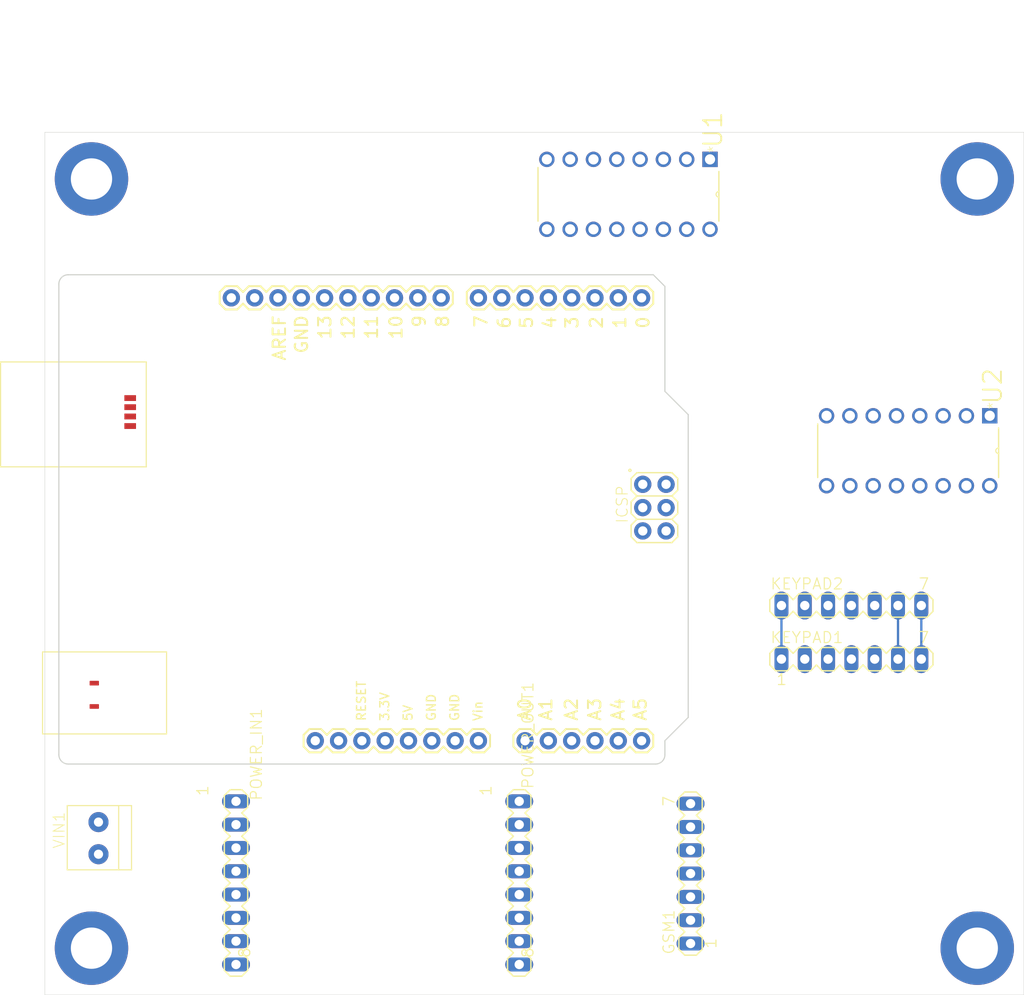
<source format=kicad_pcb>
(kicad_pcb (version 20171130) (host pcbnew 5.1.10)

  (general
    (thickness 1.6)
    (drawings 4)
    (tracks 7)
    (zones 0)
    (modules 9)
    (nets 79)
  )

  (page A4)
  (layers
    (0 Top signal)
    (31 Bottom signal)
    (32 B.Adhes user)
    (33 F.Adhes user)
    (34 B.Paste user)
    (35 F.Paste user)
    (36 B.SilkS user)
    (37 F.SilkS user)
    (38 B.Mask user)
    (39 F.Mask user)
    (40 Dwgs.User user)
    (41 Cmts.User user)
    (42 Eco1.User user)
    (43 Eco2.User user)
    (44 Edge.Cuts user)
    (45 Margin user)
    (46 B.CrtYd user)
    (47 F.CrtYd user)
    (48 B.Fab user)
    (49 F.Fab user)
  )

  (setup
    (last_trace_width 0.6)
    (trace_clearance 0.2)
    (zone_clearance 0.508)
    (zone_45_only no)
    (trace_min 0.2)
    (via_size 0.8)
    (via_drill 0.4)
    (via_min_size 0.4)
    (via_min_drill 0.3)
    (uvia_size 0.3)
    (uvia_drill 0.1)
    (uvias_allowed no)
    (uvia_min_size 0.2)
    (uvia_min_drill 0.1)
    (edge_width 0.05)
    (segment_width 0.2)
    (pcb_text_width 0.3)
    (pcb_text_size 1.5 1.5)
    (mod_edge_width 0.12)
    (mod_text_size 1 1)
    (mod_text_width 0.15)
    (pad_size 1.524 1.524)
    (pad_drill 0.762)
    (pad_to_mask_clearance 0)
    (aux_axis_origin 0 0)
    (visible_elements FFFFFF7F)
    (pcbplotparams
      (layerselection 0x010fc_ffffffff)
      (usegerberextensions false)
      (usegerberattributes true)
      (usegerberadvancedattributes true)
      (creategerberjobfile true)
      (excludeedgelayer true)
      (linewidth 0.100000)
      (plotframeref false)
      (viasonmask false)
      (mode 1)
      (useauxorigin false)
      (hpglpennumber 1)
      (hpglpenspeed 20)
      (hpglpendiameter 15.000000)
      (psnegative false)
      (psa4output false)
      (plotreference true)
      (plotvalue true)
      (plotinvisibletext false)
      (padsonsilk false)
      (subtractmaskfromsilk false)
      (outputformat 1)
      (mirror false)
      (drillshape 1)
      (scaleselection 1)
      (outputdirectory ""))
  )

  (net 0 "")
  (net 1 N$1)
  (net 2 N$2)
  (net 3 N$4)
  (net 4 /VCC)
  (net 5 /ROW3)
  (net 6 /ROW2)
  (net 7 /ROW1)
  (net 8 /ROW4)
  (net 9 /2)
  (net 10 /3)
  (net 11 /4)
  (net 12 /GND)
  (net 13 "Net-(U1-Pad5)")
  (net 14 "Net-(U1-Pad4)")
  (net 15 /COM)
  (net 16 "Net-(U1-Pad2)")
  (net 17 "Net-(U1-Pad1)")
  (net 18 /COL3)
  (net 19 /COL2)
  (net 20 /COL1)
  (net 21 "Net-(U2-Pad12)")
  (net 22 /5)
  (net 23 /6)
  (net 24 /7)
  (net 25 "Net-(U2-Pad5)")
  (net 26 "Net-(U2-Pad4)")
  (net 27 "Net-(U2-Pad2)")
  (net 28 "Net-(U2-Pad1)")
  (net 29 "Net-(PCB1-PadMISO)")
  (net 30 "Net-(PCB1-Pad+5V)")
  (net 31 "Net-(PCB1-PadSCK)")
  (net 32 "Net-(PCB1-PadMOSI)")
  (net 33 "Net-(PCB1-PadRESET.)")
  (net 34 "Net-(PCB1-PadGND_)")
  (net 35 "Net-(PCB1-Pad<PWR>-V)")
  (net 36 "Net-(PCB1-Pad<PWR>+V)")
  (net 37 "Net-(PCB1-Pad<USB>GND)")
  (net 38 "Net-(PCB1-Pad<USB>D-)")
  (net 39 "Net-(PCB1-Pad<USB>D+)")
  (net 40 "Net-(PCB1-Pad<USB>+V)")
  (net 41 "Net-(PCB1-PadN/C)")
  (net 42 "Net-(PCB1-PadI/OREF)")
  (net 43 "Net-(PCB1-Pad5V)")
  (net 44 "Net-(PCB1-Pad3.3V)")
  (net 45 "Net-(PCB1-PadRESET)")
  (net 46 "Net-(PCB1-PadA0)")
  (net 47 "Net-(PCB1-PadA5)")
  (net 48 "Net-(PCB1-PadA4)")
  (net 49 "Net-(PCB1-PadA3)")
  (net 50 "Net-(PCB1-PadA2)")
  (net 51 "Net-(PCB1-PadA1)")
  (net 52 "Net-(PCB1-PadSCL)")
  (net 53 "Net-(PCB1-PadSDA)")
  (net 54 "Net-(PCB1-PadAREF)")
  (net 55 /TX)
  (net 56 /RX)
  (net 57 "Net-(PCB1-Pad10)")
  (net 58 "Net-(PCB1-Pad11)")
  (net 59 "Net-(PCB1-Pad12)")
  (net 60 "Net-(PCB1-Pad13)")
  (net 61 "Net-(PCB1-PadGND)")
  (net 62 "Net-(PCB1-Pad0)")
  (net 63 "Net-(PCB1-Pad1)")
  (net 64 /12V)
  (net 65 "Net-(GSM1-Pad5)")
  (net 66 "Net-(GSM1-Pad1)")
  (net 67 "Net-(POWER_OUT1-Pad7)")
  (net 68 "Net-(POWER_OUT1-Pad6)")
  (net 69 "Net-(POWER_OUT1-Pad5)")
  (net 70 "Net-(POWER_OUT1-Pad4)")
  (net 71 "Net-(POWER_OUT1-Pad3)")
  (net 72 "Net-(POWER_OUT1-Pad2)")
  (net 73 "Net-(POWER_IN1-Pad7)")
  (net 74 "Net-(POWER_IN1-Pad6)")
  (net 75 "Net-(POWER_IN1-Pad5)")
  (net 76 "Net-(POWER_IN1-Pad4)")
  (net 77 "Net-(POWER_IN1-Pad3)")
  (net 78 "Net-(POWER_IN1-Pad2)")

  (net_class Default "This is the default net class."
    (clearance 0.2)
    (trace_width 0.6)
    (via_dia 0.8)
    (via_drill 0.4)
    (uvia_dia 0.3)
    (uvia_drill 0.1)
    (add_net /12V)
    (add_net /2)
    (add_net /3)
    (add_net /4)
    (add_net /5)
    (add_net /6)
    (add_net /7)
    (add_net /COL1)
    (add_net /COL2)
    (add_net /COL3)
    (add_net /COM)
    (add_net /GND)
    (add_net /ROW1)
    (add_net /ROW2)
    (add_net /ROW3)
    (add_net /ROW4)
    (add_net /RX)
    (add_net /TX)
    (add_net /VCC)
    (add_net N$1)
    (add_net N$2)
    (add_net N$4)
    (add_net "Net-(GSM1-Pad1)")
    (add_net "Net-(GSM1-Pad5)")
    (add_net "Net-(PCB1-Pad+5V)")
    (add_net "Net-(PCB1-Pad0)")
    (add_net "Net-(PCB1-Pad1)")
    (add_net "Net-(PCB1-Pad10)")
    (add_net "Net-(PCB1-Pad11)")
    (add_net "Net-(PCB1-Pad12)")
    (add_net "Net-(PCB1-Pad13)")
    (add_net "Net-(PCB1-Pad3.3V)")
    (add_net "Net-(PCB1-Pad5V)")
    (add_net "Net-(PCB1-Pad<PWR>+V)")
    (add_net "Net-(PCB1-Pad<PWR>-V)")
    (add_net "Net-(PCB1-Pad<USB>+V)")
    (add_net "Net-(PCB1-Pad<USB>D+)")
    (add_net "Net-(PCB1-Pad<USB>D-)")
    (add_net "Net-(PCB1-Pad<USB>GND)")
    (add_net "Net-(PCB1-PadA0)")
    (add_net "Net-(PCB1-PadA1)")
    (add_net "Net-(PCB1-PadA2)")
    (add_net "Net-(PCB1-PadA3)")
    (add_net "Net-(PCB1-PadA4)")
    (add_net "Net-(PCB1-PadA5)")
    (add_net "Net-(PCB1-PadAREF)")
    (add_net "Net-(PCB1-PadGND)")
    (add_net "Net-(PCB1-PadGND_)")
    (add_net "Net-(PCB1-PadI/OREF)")
    (add_net "Net-(PCB1-PadMISO)")
    (add_net "Net-(PCB1-PadMOSI)")
    (add_net "Net-(PCB1-PadN/C)")
    (add_net "Net-(PCB1-PadRESET)")
    (add_net "Net-(PCB1-PadRESET.)")
    (add_net "Net-(PCB1-PadSCK)")
    (add_net "Net-(PCB1-PadSCL)")
    (add_net "Net-(PCB1-PadSDA)")
    (add_net "Net-(POWER_IN1-Pad2)")
    (add_net "Net-(POWER_IN1-Pad3)")
    (add_net "Net-(POWER_IN1-Pad4)")
    (add_net "Net-(POWER_IN1-Pad5)")
    (add_net "Net-(POWER_IN1-Pad6)")
    (add_net "Net-(POWER_IN1-Pad7)")
    (add_net "Net-(POWER_OUT1-Pad2)")
    (add_net "Net-(POWER_OUT1-Pad3)")
    (add_net "Net-(POWER_OUT1-Pad4)")
    (add_net "Net-(POWER_OUT1-Pad5)")
    (add_net "Net-(POWER_OUT1-Pad6)")
    (add_net "Net-(POWER_OUT1-Pad7)")
    (add_net "Net-(U1-Pad1)")
    (add_net "Net-(U1-Pad2)")
    (add_net "Net-(U1-Pad4)")
    (add_net "Net-(U1-Pad5)")
    (add_net "Net-(U2-Pad1)")
    (add_net "Net-(U2-Pad12)")
    (add_net "Net-(U2-Pad2)")
    (add_net "Net-(U2-Pad4)")
    (add_net "Net-(U2-Pad5)")
  )

  (net_class Power ""
    (clearance 0.2)
    (trace_width 0.8)
    (via_dia 0.8)
    (via_drill 0.4)
    (uvia_dia 0.3)
    (uvia_drill 0.1)
  )

  (module v1:MA07-1 (layer Top) (tedit 0) (tstamp 614E4EFE)
    (at 165.5191 138.7856 90)
    (descr "<b>PIN HEADER</b>")
    (path /C287138E)
    (fp_text reference GSM1 (at -8.89 -1.651 90) (layer F.SilkS)
      (effects (font (size 1.2065 1.2065) (thickness 0.12065)) (justify left bottom))
    )
    (fp_text value MA07-1 (at -2.54 2.921 90) (layer F.Fab)
      (effects (font (size 1.2065 1.2065) (thickness 0.12065)) (justify left bottom))
    )
    (fp_poly (pts (xy 7.366 0.254) (xy 7.874 0.254) (xy 7.874 -0.254) (xy 7.366 -0.254)) (layer F.Fab) (width 0))
    (fp_poly (pts (xy 4.826 0.254) (xy 5.334 0.254) (xy 5.334 -0.254) (xy 4.826 -0.254)) (layer F.Fab) (width 0))
    (fp_poly (pts (xy -0.254 0.254) (xy 0.254 0.254) (xy 0.254 -0.254) (xy -0.254 -0.254)) (layer F.Fab) (width 0))
    (fp_poly (pts (xy 2.286 0.254) (xy 2.794 0.254) (xy 2.794 -0.254) (xy 2.286 -0.254)) (layer F.Fab) (width 0))
    (fp_poly (pts (xy -2.794 0.254) (xy -2.286 0.254) (xy -2.286 -0.254) (xy -2.794 -0.254)) (layer F.Fab) (width 0))
    (fp_poly (pts (xy -7.874 0.254) (xy -7.366 0.254) (xy -7.366 -0.254) (xy -7.874 -0.254)) (layer F.Fab) (width 0))
    (fp_poly (pts (xy -5.334 0.254) (xy -4.826 0.254) (xy -4.826 -0.254) (xy -5.334 -0.254)) (layer F.Fab) (width 0))
    (fp_text user 7 (at 7.239 -1.651 90) (layer F.SilkS)
      (effects (font (size 1.2065 1.2065) (thickness 0.127)) (justify left bottom))
    )
    (fp_text user 1 (at -8.255 2.921 90) (layer F.SilkS)
      (effects (font (size 1.2065 1.2065) (thickness 0.127)) (justify left bottom))
    )
    (fp_line (start 8.255 1.27) (end 6.985 1.27) (layer F.SilkS) (width 0.1524))
    (fp_line (start 6.35 0.635) (end 6.985 1.27) (layer F.SilkS) (width 0.1524))
    (fp_line (start 6.985 -1.27) (end 6.35 -0.635) (layer F.SilkS) (width 0.1524))
    (fp_line (start 8.89 0.635) (end 8.255 1.27) (layer F.SilkS) (width 0.1524))
    (fp_line (start 8.89 -0.635) (end 8.89 0.635) (layer F.SilkS) (width 0.1524))
    (fp_line (start 8.255 -1.27) (end 8.89 -0.635) (layer F.SilkS) (width 0.1524))
    (fp_line (start 6.985 -1.27) (end 8.255 -1.27) (layer F.SilkS) (width 0.1524))
    (fp_line (start 4.445 1.27) (end 3.81 0.635) (layer F.SilkS) (width 0.1524))
    (fp_line (start 5.715 1.27) (end 4.445 1.27) (layer F.SilkS) (width 0.1524))
    (fp_line (start 6.35 0.635) (end 5.715 1.27) (layer F.SilkS) (width 0.1524))
    (fp_line (start 5.715 -1.27) (end 6.35 -0.635) (layer F.SilkS) (width 0.1524))
    (fp_line (start 4.445 -1.27) (end 5.715 -1.27) (layer F.SilkS) (width 0.1524))
    (fp_line (start 3.81 -0.635) (end 4.445 -1.27) (layer F.SilkS) (width 0.1524))
    (fp_line (start 0.635 1.27) (end -0.635 1.27) (layer F.SilkS) (width 0.1524))
    (fp_line (start -1.27 0.635) (end -0.635 1.27) (layer F.SilkS) (width 0.1524))
    (fp_line (start -0.635 -1.27) (end -1.27 -0.635) (layer F.SilkS) (width 0.1524))
    (fp_line (start 1.905 1.27) (end 1.27 0.635) (layer F.SilkS) (width 0.1524))
    (fp_line (start 3.175 1.27) (end 1.905 1.27) (layer F.SilkS) (width 0.1524))
    (fp_line (start 3.81 0.635) (end 3.175 1.27) (layer F.SilkS) (width 0.1524))
    (fp_line (start 3.175 -1.27) (end 3.81 -0.635) (layer F.SilkS) (width 0.1524))
    (fp_line (start 1.905 -1.27) (end 3.175 -1.27) (layer F.SilkS) (width 0.1524))
    (fp_line (start 1.27 -0.635) (end 1.905 -1.27) (layer F.SilkS) (width 0.1524))
    (fp_line (start 1.27 0.635) (end 0.635 1.27) (layer F.SilkS) (width 0.1524))
    (fp_line (start 0.635 -1.27) (end 1.27 -0.635) (layer F.SilkS) (width 0.1524))
    (fp_line (start -0.635 -1.27) (end 0.635 -1.27) (layer F.SilkS) (width 0.1524))
    (fp_line (start -3.175 1.27) (end -3.81 0.635) (layer F.SilkS) (width 0.1524))
    (fp_line (start -1.905 1.27) (end -3.175 1.27) (layer F.SilkS) (width 0.1524))
    (fp_line (start -1.27 0.635) (end -1.905 1.27) (layer F.SilkS) (width 0.1524))
    (fp_line (start -1.905 -1.27) (end -1.27 -0.635) (layer F.SilkS) (width 0.1524))
    (fp_line (start -3.175 -1.27) (end -1.905 -1.27) (layer F.SilkS) (width 0.1524))
    (fp_line (start -3.81 -0.635) (end -3.175 -1.27) (layer F.SilkS) (width 0.1524))
    (fp_line (start -6.985 1.27) (end -8.255 1.27) (layer F.SilkS) (width 0.1524))
    (fp_line (start -8.89 0.635) (end -8.255 1.27) (layer F.SilkS) (width 0.1524))
    (fp_line (start -8.255 -1.27) (end -8.89 -0.635) (layer F.SilkS) (width 0.1524))
    (fp_line (start -8.89 -0.635) (end -8.89 0.635) (layer F.SilkS) (width 0.1524))
    (fp_line (start -5.715 1.27) (end -6.35 0.635) (layer F.SilkS) (width 0.1524))
    (fp_line (start -4.445 1.27) (end -5.715 1.27) (layer F.SilkS) (width 0.1524))
    (fp_line (start -3.81 0.635) (end -4.445 1.27) (layer F.SilkS) (width 0.1524))
    (fp_line (start -4.445 -1.27) (end -3.81 -0.635) (layer F.SilkS) (width 0.1524))
    (fp_line (start -5.715 -1.27) (end -4.445 -1.27) (layer F.SilkS) (width 0.1524))
    (fp_line (start -6.35 -0.635) (end -5.715 -1.27) (layer F.SilkS) (width 0.1524))
    (fp_line (start -6.35 0.635) (end -6.985 1.27) (layer F.SilkS) (width 0.1524))
    (fp_line (start -6.985 -1.27) (end -6.35 -0.635) (layer F.SilkS) (width 0.1524))
    (fp_line (start -8.255 -1.27) (end -6.985 -1.27) (layer F.SilkS) (width 0.1524))
    (pad 7 thru_hole oval (at 7.62 0 180) (size 3.048 1.524) (drill 1.016) (layers *.Cu *.Mask)
      (net 4 /VCC) (solder_mask_margin 0.1016))
    (pad 6 thru_hole oval (at 5.08 0 180) (size 3.048 1.524) (drill 1.016) (layers *.Cu *.Mask)
      (net 12 /GND) (solder_mask_margin 0.1016))
    (pad 5 thru_hole oval (at 2.54 0 180) (size 3.048 1.524) (drill 1.016) (layers *.Cu *.Mask)
      (net 65 "Net-(GSM1-Pad5)") (solder_mask_margin 0.1016))
    (pad 4 thru_hole oval (at 0 0 180) (size 3.048 1.524) (drill 1.016) (layers *.Cu *.Mask)
      (net 55 /TX) (solder_mask_margin 0.1016))
    (pad 3 thru_hole oval (at -2.54 0 180) (size 3.048 1.524) (drill 1.016) (layers *.Cu *.Mask)
      (net 56 /RX) (solder_mask_margin 0.1016))
    (pad 2 thru_hole oval (at -5.08 0 180) (size 3.048 1.524) (drill 1.016) (layers *.Cu *.Mask)
      (net 12 /GND) (solder_mask_margin 0.1016))
    (pad 1 thru_hole oval (at -7.62 0 180) (size 3.048 1.524) (drill 1.016) (layers *.Cu *.Mask)
      (net 66 "Net-(GSM1-Pad1)") (solder_mask_margin 0.1016))
  )

  (module v1:MA07-1 (layer Top) (tedit 0) (tstamp 614E4F3D)
    (at 183.0451 109.5756)
    (descr "<b>PIN HEADER</b>")
    (path /19CC4F9C)
    (fp_text reference KEYPAD2 (at -8.89 -1.651) (layer F.SilkS)
      (effects (font (size 1.2065 1.2065) (thickness 0.12065)) (justify left bottom))
    )
    (fp_text value MA07-1 (at -2.54 2.921) (layer F.Fab)
      (effects (font (size 1.2065 1.2065) (thickness 0.12065)) (justify left bottom))
    )
    (fp_poly (pts (xy 7.366 0.254) (xy 7.874 0.254) (xy 7.874 -0.254) (xy 7.366 -0.254)) (layer F.Fab) (width 0))
    (fp_poly (pts (xy 4.826 0.254) (xy 5.334 0.254) (xy 5.334 -0.254) (xy 4.826 -0.254)) (layer F.Fab) (width 0))
    (fp_poly (pts (xy -0.254 0.254) (xy 0.254 0.254) (xy 0.254 -0.254) (xy -0.254 -0.254)) (layer F.Fab) (width 0))
    (fp_poly (pts (xy 2.286 0.254) (xy 2.794 0.254) (xy 2.794 -0.254) (xy 2.286 -0.254)) (layer F.Fab) (width 0))
    (fp_poly (pts (xy -2.794 0.254) (xy -2.286 0.254) (xy -2.286 -0.254) (xy -2.794 -0.254)) (layer F.Fab) (width 0))
    (fp_poly (pts (xy -7.874 0.254) (xy -7.366 0.254) (xy -7.366 -0.254) (xy -7.874 -0.254)) (layer F.Fab) (width 0))
    (fp_poly (pts (xy -5.334 0.254) (xy -4.826 0.254) (xy -4.826 -0.254) (xy -5.334 -0.254)) (layer F.Fab) (width 0))
    (fp_text user 7 (at 7.239 -1.651) (layer F.SilkS)
      (effects (font (size 1.2065 1.2065) (thickness 0.127)) (justify left bottom))
    )
    (fp_line (start 8.255 1.27) (end 6.985 1.27) (layer F.SilkS) (width 0.1524))
    (fp_line (start 6.35 0.635) (end 6.985 1.27) (layer F.SilkS) (width 0.1524))
    (fp_line (start 6.985 -1.27) (end 6.35 -0.635) (layer F.SilkS) (width 0.1524))
    (fp_line (start 8.89 0.635) (end 8.255 1.27) (layer F.SilkS) (width 0.1524))
    (fp_line (start 8.89 -0.635) (end 8.89 0.635) (layer F.SilkS) (width 0.1524))
    (fp_line (start 8.255 -1.27) (end 8.89 -0.635) (layer F.SilkS) (width 0.1524))
    (fp_line (start 6.985 -1.27) (end 8.255 -1.27) (layer F.SilkS) (width 0.1524))
    (fp_line (start 4.445 1.27) (end 3.81 0.635) (layer F.SilkS) (width 0.1524))
    (fp_line (start 5.715 1.27) (end 4.445 1.27) (layer F.SilkS) (width 0.1524))
    (fp_line (start 6.35 0.635) (end 5.715 1.27) (layer F.SilkS) (width 0.1524))
    (fp_line (start 5.715 -1.27) (end 6.35 -0.635) (layer F.SilkS) (width 0.1524))
    (fp_line (start 4.445 -1.27) (end 5.715 -1.27) (layer F.SilkS) (width 0.1524))
    (fp_line (start 3.81 -0.635) (end 4.445 -1.27) (layer F.SilkS) (width 0.1524))
    (fp_line (start 0.635 1.27) (end -0.635 1.27) (layer F.SilkS) (width 0.1524))
    (fp_line (start -1.27 0.635) (end -0.635 1.27) (layer F.SilkS) (width 0.1524))
    (fp_line (start -0.635 -1.27) (end -1.27 -0.635) (layer F.SilkS) (width 0.1524))
    (fp_line (start 1.905 1.27) (end 1.27 0.635) (layer F.SilkS) (width 0.1524))
    (fp_line (start 3.175 1.27) (end 1.905 1.27) (layer F.SilkS) (width 0.1524))
    (fp_line (start 3.81 0.635) (end 3.175 1.27) (layer F.SilkS) (width 0.1524))
    (fp_line (start 3.175 -1.27) (end 3.81 -0.635) (layer F.SilkS) (width 0.1524))
    (fp_line (start 1.905 -1.27) (end 3.175 -1.27) (layer F.SilkS) (width 0.1524))
    (fp_line (start 1.27 -0.635) (end 1.905 -1.27) (layer F.SilkS) (width 0.1524))
    (fp_line (start 1.27 0.635) (end 0.635 1.27) (layer F.SilkS) (width 0.1524))
    (fp_line (start 0.635 -1.27) (end 1.27 -0.635) (layer F.SilkS) (width 0.1524))
    (fp_line (start -0.635 -1.27) (end 0.635 -1.27) (layer F.SilkS) (width 0.1524))
    (fp_line (start -3.175 1.27) (end -3.81 0.635) (layer F.SilkS) (width 0.1524))
    (fp_line (start -1.905 1.27) (end -3.175 1.27) (layer F.SilkS) (width 0.1524))
    (fp_line (start -1.27 0.635) (end -1.905 1.27) (layer F.SilkS) (width 0.1524))
    (fp_line (start -1.905 -1.27) (end -1.27 -0.635) (layer F.SilkS) (width 0.1524))
    (fp_line (start -3.175 -1.27) (end -1.905 -1.27) (layer F.SilkS) (width 0.1524))
    (fp_line (start -3.81 -0.635) (end -3.175 -1.27) (layer F.SilkS) (width 0.1524))
    (fp_line (start -6.985 1.27) (end -8.255 1.27) (layer F.SilkS) (width 0.1524))
    (fp_line (start -8.89 0.635) (end -8.255 1.27) (layer F.SilkS) (width 0.1524))
    (fp_line (start -8.255 -1.27) (end -8.89 -0.635) (layer F.SilkS) (width 0.1524))
    (fp_line (start -8.89 -0.635) (end -8.89 0.635) (layer F.SilkS) (width 0.1524))
    (fp_line (start -5.715 1.27) (end -6.35 0.635) (layer F.SilkS) (width 0.1524))
    (fp_line (start -4.445 1.27) (end -5.715 1.27) (layer F.SilkS) (width 0.1524))
    (fp_line (start -3.81 0.635) (end -4.445 1.27) (layer F.SilkS) (width 0.1524))
    (fp_line (start -4.445 -1.27) (end -3.81 -0.635) (layer F.SilkS) (width 0.1524))
    (fp_line (start -5.715 -1.27) (end -4.445 -1.27) (layer F.SilkS) (width 0.1524))
    (fp_line (start -6.35 -0.635) (end -5.715 -1.27) (layer F.SilkS) (width 0.1524))
    (fp_line (start -6.35 0.635) (end -6.985 1.27) (layer F.SilkS) (width 0.1524))
    (fp_line (start -6.985 -1.27) (end -6.35 -0.635) (layer F.SilkS) (width 0.1524))
    (fp_line (start -8.255 -1.27) (end -6.985 -1.27) (layer F.SilkS) (width 0.1524))
    (pad 7 thru_hole oval (at 7.62 0 90) (size 3.048 1.524) (drill 1.016) (layers *.Cu *.Mask)
      (net 18 /COL3) (solder_mask_margin 0.1016))
    (pad 6 thru_hole oval (at 5.08 0 90) (size 3.048 1.524) (drill 1.016) (layers *.Cu *.Mask)
      (net 19 /COL2) (solder_mask_margin 0.1016))
    (pad 5 thru_hole oval (at 2.54 0 90) (size 3.048 1.524) (drill 1.016) (layers *.Cu *.Mask)
      (net 20 /COL1) (solder_mask_margin 0.1016))
    (pad 4 thru_hole oval (at 0 0 90) (size 3.048 1.524) (drill 1.016) (layers *.Cu *.Mask)
      (net 8 /ROW4) (solder_mask_margin 0.1016))
    (pad 3 thru_hole oval (at -2.54 0 90) (size 3.048 1.524) (drill 1.016) (layers *.Cu *.Mask)
      (net 5 /ROW3) (solder_mask_margin 0.1016))
    (pad 2 thru_hole oval (at -5.08 0 90) (size 3.048 1.524) (drill 1.016) (layers *.Cu *.Mask)
      (net 6 /ROW2) (solder_mask_margin 0.1016))
    (pad 1 thru_hole oval (at -7.62 0 90) (size 3.048 1.524) (drill 1.016) (layers *.Cu *.Mask)
      (net 7 /ROW1) (solder_mask_margin 0.1016))
  )

  (module v1:MA07-1 (layer Top) (tedit 0) (tstamp 614E4F7C)
    (at 183.0451 115.4176)
    (descr "<b>PIN HEADER</b>")
    (path /E1EDF5B1)
    (fp_text reference KEYPAD1 (at -8.89 -1.651) (layer F.SilkS)
      (effects (font (size 1.2065 1.2065) (thickness 0.12065)) (justify left bottom))
    )
    (fp_text value MA07-1 (at -2.54 2.921) (layer F.Fab)
      (effects (font (size 1.2065 1.2065) (thickness 0.12065)) (justify left bottom))
    )
    (fp_poly (pts (xy 7.366 0.254) (xy 7.874 0.254) (xy 7.874 -0.254) (xy 7.366 -0.254)) (layer F.Fab) (width 0))
    (fp_poly (pts (xy 4.826 0.254) (xy 5.334 0.254) (xy 5.334 -0.254) (xy 4.826 -0.254)) (layer F.Fab) (width 0))
    (fp_poly (pts (xy -0.254 0.254) (xy 0.254 0.254) (xy 0.254 -0.254) (xy -0.254 -0.254)) (layer F.Fab) (width 0))
    (fp_poly (pts (xy 2.286 0.254) (xy 2.794 0.254) (xy 2.794 -0.254) (xy 2.286 -0.254)) (layer F.Fab) (width 0))
    (fp_poly (pts (xy -2.794 0.254) (xy -2.286 0.254) (xy -2.286 -0.254) (xy -2.794 -0.254)) (layer F.Fab) (width 0))
    (fp_poly (pts (xy -7.874 0.254) (xy -7.366 0.254) (xy -7.366 -0.254) (xy -7.874 -0.254)) (layer F.Fab) (width 0))
    (fp_poly (pts (xy -5.334 0.254) (xy -4.826 0.254) (xy -4.826 -0.254) (xy -5.334 -0.254)) (layer F.Fab) (width 0))
    (fp_text user 7 (at 7.239 -1.651) (layer F.SilkS)
      (effects (font (size 1.2065 1.2065) (thickness 0.127)) (justify left bottom))
    )
    (fp_text user 1 (at -8.255 2.921) (layer F.SilkS)
      (effects (font (size 1.2065 1.2065) (thickness 0.127)) (justify left bottom))
    )
    (fp_line (start 8.255 1.27) (end 6.985 1.27) (layer F.SilkS) (width 0.1524))
    (fp_line (start 6.35 0.635) (end 6.985 1.27) (layer F.SilkS) (width 0.1524))
    (fp_line (start 6.985 -1.27) (end 6.35 -0.635) (layer F.SilkS) (width 0.1524))
    (fp_line (start 8.89 0.635) (end 8.255 1.27) (layer F.SilkS) (width 0.1524))
    (fp_line (start 8.89 -0.635) (end 8.89 0.635) (layer F.SilkS) (width 0.1524))
    (fp_line (start 8.255 -1.27) (end 8.89 -0.635) (layer F.SilkS) (width 0.1524))
    (fp_line (start 6.985 -1.27) (end 8.255 -1.27) (layer F.SilkS) (width 0.1524))
    (fp_line (start 4.445 1.27) (end 3.81 0.635) (layer F.SilkS) (width 0.1524))
    (fp_line (start 5.715 1.27) (end 4.445 1.27) (layer F.SilkS) (width 0.1524))
    (fp_line (start 6.35 0.635) (end 5.715 1.27) (layer F.SilkS) (width 0.1524))
    (fp_line (start 5.715 -1.27) (end 6.35 -0.635) (layer F.SilkS) (width 0.1524))
    (fp_line (start 4.445 -1.27) (end 5.715 -1.27) (layer F.SilkS) (width 0.1524))
    (fp_line (start 3.81 -0.635) (end 4.445 -1.27) (layer F.SilkS) (width 0.1524))
    (fp_line (start 0.635 1.27) (end -0.635 1.27) (layer F.SilkS) (width 0.1524))
    (fp_line (start -1.27 0.635) (end -0.635 1.27) (layer F.SilkS) (width 0.1524))
    (fp_line (start -0.635 -1.27) (end -1.27 -0.635) (layer F.SilkS) (width 0.1524))
    (fp_line (start 1.905 1.27) (end 1.27 0.635) (layer F.SilkS) (width 0.1524))
    (fp_line (start 3.175 1.27) (end 1.905 1.27) (layer F.SilkS) (width 0.1524))
    (fp_line (start 3.81 0.635) (end 3.175 1.27) (layer F.SilkS) (width 0.1524))
    (fp_line (start 3.175 -1.27) (end 3.81 -0.635) (layer F.SilkS) (width 0.1524))
    (fp_line (start 1.905 -1.27) (end 3.175 -1.27) (layer F.SilkS) (width 0.1524))
    (fp_line (start 1.27 -0.635) (end 1.905 -1.27) (layer F.SilkS) (width 0.1524))
    (fp_line (start 1.27 0.635) (end 0.635 1.27) (layer F.SilkS) (width 0.1524))
    (fp_line (start 0.635 -1.27) (end 1.27 -0.635) (layer F.SilkS) (width 0.1524))
    (fp_line (start -0.635 -1.27) (end 0.635 -1.27) (layer F.SilkS) (width 0.1524))
    (fp_line (start -3.175 1.27) (end -3.81 0.635) (layer F.SilkS) (width 0.1524))
    (fp_line (start -1.905 1.27) (end -3.175 1.27) (layer F.SilkS) (width 0.1524))
    (fp_line (start -1.27 0.635) (end -1.905 1.27) (layer F.SilkS) (width 0.1524))
    (fp_line (start -1.905 -1.27) (end -1.27 -0.635) (layer F.SilkS) (width 0.1524))
    (fp_line (start -3.175 -1.27) (end -1.905 -1.27) (layer F.SilkS) (width 0.1524))
    (fp_line (start -3.81 -0.635) (end -3.175 -1.27) (layer F.SilkS) (width 0.1524))
    (fp_line (start -6.985 1.27) (end -8.255 1.27) (layer F.SilkS) (width 0.1524))
    (fp_line (start -8.89 0.635) (end -8.255 1.27) (layer F.SilkS) (width 0.1524))
    (fp_line (start -8.255 -1.27) (end -8.89 -0.635) (layer F.SilkS) (width 0.1524))
    (fp_line (start -8.89 -0.635) (end -8.89 0.635) (layer F.SilkS) (width 0.1524))
    (fp_line (start -5.715 1.27) (end -6.35 0.635) (layer F.SilkS) (width 0.1524))
    (fp_line (start -4.445 1.27) (end -5.715 1.27) (layer F.SilkS) (width 0.1524))
    (fp_line (start -3.81 0.635) (end -4.445 1.27) (layer F.SilkS) (width 0.1524))
    (fp_line (start -4.445 -1.27) (end -3.81 -0.635) (layer F.SilkS) (width 0.1524))
    (fp_line (start -5.715 -1.27) (end -4.445 -1.27) (layer F.SilkS) (width 0.1524))
    (fp_line (start -6.35 -0.635) (end -5.715 -1.27) (layer F.SilkS) (width 0.1524))
    (fp_line (start -6.35 0.635) (end -6.985 1.27) (layer F.SilkS) (width 0.1524))
    (fp_line (start -6.985 -1.27) (end -6.35 -0.635) (layer F.SilkS) (width 0.1524))
    (fp_line (start -8.255 -1.27) (end -6.985 -1.27) (layer F.SilkS) (width 0.1524))
    (pad 7 thru_hole oval (at 7.62 0 90) (size 3.048 1.524) (drill 1.016) (layers *.Cu *.Mask)
      (net 18 /COL3) (solder_mask_margin 0.1016))
    (pad 6 thru_hole oval (at 5.08 0 90) (size 3.048 1.524) (drill 1.016) (layers *.Cu *.Mask)
      (net 19 /COL2) (solder_mask_margin 0.1016))
    (pad 5 thru_hole oval (at 2.54 0 90) (size 3.048 1.524) (drill 1.016) (layers *.Cu *.Mask)
      (net 20 /COL1) (solder_mask_margin 0.1016))
    (pad 4 thru_hole oval (at 0 0 90) (size 3.048 1.524) (drill 1.016) (layers *.Cu *.Mask)
      (net 8 /ROW4) (solder_mask_margin 0.1016))
    (pad 3 thru_hole oval (at -2.54 0 90) (size 3.048 1.524) (drill 1.016) (layers *.Cu *.Mask)
      (net 5 /ROW3) (solder_mask_margin 0.1016))
    (pad 2 thru_hole oval (at -5.08 0 90) (size 3.048 1.524) (drill 1.016) (layers *.Cu *.Mask)
      (net 6 /ROW2) (solder_mask_margin 0.1016))
    (pad 1 thru_hole oval (at -7.62 0 90) (size 3.048 1.524) (drill 1.016) (layers *.Cu *.Mask)
      (net 7 /ROW1) (solder_mask_margin 0.1016))
  )

  (module v1:ARDUINO_UNO (layer Top) (tedit 0) (tstamp 614E4FBB)
    (at 96.6851 126.8476)
    (descr "Footprint for representing an Arduino Uno board in an EAGLE schematic. Created by Dave Young for Element14. More EAGLE documentation at: http://www.element14.com/community/community/knode/cadsoft_eagle")
    (path /EF5B0DB8)
    (fp_text reference PCB1 (at 0 0) (layer F.SilkS) hide
      (effects (font (size 1.27 1.27) (thickness 0.15)))
    )
    (fp_text value ARDUINO_UNO (at 0 0) (layer F.SilkS) hide
      (effects (font (size 1.27 1.27) (thickness 0.15)))
    )
    (fp_text user 13 (at 28.194 -49.022 90) (layer F.SilkS)
      (effects (font (size 1.35128 1.35128) (thickness 0.21336)) (justify right top))
    )
    (fp_text user 12 (at 30.734 -49.022 90) (layer F.SilkS)
      (effects (font (size 1.35128 1.35128) (thickness 0.21336)) (justify right top))
    )
    (fp_text user 11 (at 33.274 -49.022 90) (layer F.SilkS)
      (effects (font (size 1.35128 1.35128) (thickness 0.21336)) (justify right top))
    )
    (fp_text user 10 (at 35.941 -49.022 90) (layer F.SilkS)
      (effects (font (size 1.35128 1.35128) (thickness 0.21336)) (justify right top))
    )
    (fp_text user 9 (at 38.481 -49.022 90) (layer F.SilkS)
      (effects (font (size 1.35128 1.35128) (thickness 0.21336)) (justify right top))
    )
    (fp_text user 8 (at 41.021 -49.022 90) (layer F.SilkS)
      (effects (font (size 1.35128 1.35128) (thickness 0.21336)) (justify right top))
    )
    (fp_text user 7 (at 45.212 -49.022 90) (layer F.SilkS)
      (effects (font (size 1.35128 1.35128) (thickness 0.21336)) (justify right top))
    )
    (fp_text user 6 (at 47.752 -48.895 90) (layer F.SilkS)
      (effects (font (size 1.35128 1.35128) (thickness 0.21336)) (justify right top))
    )
    (fp_text user 5 (at 50.165 -48.895 90) (layer F.SilkS)
      (effects (font (size 1.35128 1.35128) (thickness 0.21336)) (justify right top))
    )
    (fp_text user 4 (at 52.705 -48.895 90) (layer F.SilkS)
      (effects (font (size 1.35128 1.35128) (thickness 0.21336)) (justify right top))
    )
    (fp_text user 3 (at 55.118 -48.895 90) (layer F.SilkS)
      (effects (font (size 1.35128 1.35128) (thickness 0.21336)) (justify right top))
    )
    (fp_text user 2 (at 57.785 -48.895 90) (layer F.SilkS)
      (effects (font (size 1.35128 1.35128) (thickness 0.21336)) (justify right top))
    )
    (fp_text user 1 (at 60.325 -48.895 90) (layer F.SilkS)
      (effects (font (size 1.35128 1.35128) (thickness 0.21336)) (justify right top))
    )
    (fp_text user 0 (at 62.865 -48.895 90) (layer F.SilkS)
      (effects (font (size 1.35128 1.35128) (thickness 0.21336)) (justify right top))
    )
    (fp_text user Uno (at 24.3332 -28.5496) (layer Edge.Cuts)
      (effects (font (size 2.413 2.413) (thickness 0.2032)) (justify left bottom))
    )
    (fp_text user Arduino (at 24.3332 -32.4358) (layer Edge.Cuts)
      (effects (font (size 2.413 2.413) (thickness 0.2032)) (justify left bottom))
    )
    (fp_line (start 64.77 -3.175) (end 64.77 -1.905) (layer F.SilkS) (width 0.2032))
    (fp_poly (pts (xy 66.421 -30.226) (xy 66.421 -30.734) (xy 65.913 -30.734) (xy 65.913 -30.226)) (layer F.Fab) (width 0))
    (fp_poly (pts (xy 63.881 -30.226) (xy 63.881 -30.734) (xy 63.373 -30.734) (xy 63.373 -30.226)) (layer F.Fab) (width 0))
    (fp_poly (pts (xy 66.421 -27.686) (xy 66.421 -28.194) (xy 65.913 -28.194) (xy 65.913 -27.686)) (layer F.Fab) (width 0))
    (fp_poly (pts (xy 63.881 -27.686) (xy 63.881 -28.194) (xy 63.373 -28.194) (xy 63.373 -27.686)) (layer F.Fab) (width 0))
    (fp_poly (pts (xy 63.881 -25.146) (xy 63.881 -25.654) (xy 63.373 -25.654) (xy 63.373 -25.146)) (layer F.Fab) (width 0))
    (fp_poly (pts (xy 66.421 -25.146) (xy 66.421 -25.654) (xy 65.913 -25.654) (xy 65.913 -25.146)) (layer F.Fab) (width 0))
    (fp_line (start 62.992 -24.13) (end 66.802 -24.13) (layer F.SilkS) (width 0.1524))
    (fp_line (start 67.437 -24.765) (end 67.437 -26.035) (layer F.SilkS) (width 0.1524))
    (fp_line (start 67.437 -27.305) (end 67.437 -28.575) (layer F.SilkS) (width 0.1524))
    (fp_line (start 67.437 -29.845) (end 67.437 -31.115) (layer F.SilkS) (width 0.1524))
    (fp_line (start 62.992 -31.75) (end 66.802 -31.75) (layer F.SilkS) (width 0.1524))
    (fp_line (start 62.992 -29.21) (end 66.802 -29.21) (layer F.SilkS) (width 0.1524))
    (fp_line (start 62.992 -26.67) (end 66.802 -26.67) (layer F.SilkS) (width 0.1524))
    (fp_line (start 62.357 -31.115) (end 62.992 -31.75) (layer F.SilkS) (width 0.1524))
    (fp_line (start 62.357 -29.845) (end 62.357 -31.115) (layer F.SilkS) (width 0.1524))
    (fp_line (start 62.992 -29.21) (end 62.357 -29.845) (layer F.SilkS) (width 0.1524))
    (fp_line (start 62.357 -28.575) (end 62.992 -29.21) (layer F.SilkS) (width 0.1524))
    (fp_line (start 62.357 -27.305) (end 62.357 -28.575) (layer F.SilkS) (width 0.1524))
    (fp_line (start 62.992 -26.67) (end 62.357 -27.305) (layer F.SilkS) (width 0.1524))
    (fp_line (start 62.357 -26.035) (end 62.992 -26.67) (layer F.SilkS) (width 0.1524))
    (fp_line (start 62.357 -24.765) (end 62.357 -26.035) (layer F.SilkS) (width 0.1524))
    (fp_line (start 62.992 -24.13) (end 62.357 -24.765) (layer F.SilkS) (width 0.1524))
    (fp_line (start 67.437 -31.115) (end 66.802 -31.75) (layer F.SilkS) (width 0.1524))
    (fp_line (start 66.802 -29.21) (end 67.437 -29.845) (layer F.SilkS) (width 0.1524))
    (fp_line (start 67.437 -28.575) (end 66.802 -29.21) (layer F.SilkS) (width 0.1524))
    (fp_line (start 66.802 -26.67) (end 67.437 -27.305) (layer F.SilkS) (width 0.1524))
    (fp_line (start 67.437 -26.035) (end 66.802 -26.67) (layer F.SilkS) (width 0.1524))
    (fp_line (start 66.802 -24.13) (end 67.437 -24.765) (layer F.SilkS) (width 0.1524))
    (fp_circle (center 62.23 -32.004) (end 62.357 -32.004) (layer F.SilkS) (width 0.127))
    (fp_text user ICSP (at 60.6806 -30.4292 90) (layer F.SilkS)
      (effects (font (size 1.2065 1.2065) (thickness 0.1016)) (justify right top))
    )
    (fp_line (start -1.778 -12.2174) (end -1.778 -3.2766) (layer F.SilkS) (width 0.127))
    (fp_line (start 11.7348 -12.2174) (end -1.778 -12.2174) (layer F.SilkS) (width 0.127))
    (fp_line (start 11.7348 -3.2766) (end 11.7348 -12.2174) (layer F.SilkS) (width 0.127))
    (fp_line (start -1.778 -3.2766) (end 11.7348 -3.2766) (layer F.SilkS) (width 0.127))
    (fp_line (start -6.35 -43.815) (end -6.35 -32.385) (layer F.SilkS) (width 0.127))
    (fp_line (start 9.525 -43.815) (end -6.35 -43.815) (layer F.SilkS) (width 0.127))
    (fp_line (start 9.525 -32.385) (end 9.525 -43.815) (layer F.SilkS) (width 0.127))
    (fp_line (start -6.35 -32.385) (end 9.525 -32.385) (layer F.SilkS) (width 0.127))
    (fp_poly (pts (xy 27.686 -2.286) (xy 28.194 -2.286) (xy 28.194 -2.794) (xy 27.686 -2.794)) (layer F.Fab) (width 0))
    (fp_line (start 28.575 -1.27) (end 27.305 -1.27) (layer F.SilkS) (width 0.2032))
    (fp_line (start 26.67 -1.905) (end 27.305 -1.27) (layer F.SilkS) (width 0.2032))
    (fp_line (start 27.305 -3.81) (end 26.67 -3.175) (layer F.SilkS) (width 0.2032))
    (fp_line (start 26.67 -3.175) (end 26.67 -1.905) (layer F.SilkS) (width 0.2032))
    (fp_line (start 29.21 -1.905) (end 28.575 -1.27) (layer F.SilkS) (width 0.2032))
    (fp_line (start 28.575 -3.81) (end 29.21 -3.175) (layer F.SilkS) (width 0.2032))
    (fp_line (start 27.305 -3.81) (end 28.575 -3.81) (layer F.SilkS) (width 0.2032))
    (fp_poly (pts (xy 30.226 -2.286) (xy 30.734 -2.286) (xy 30.734 -2.794) (xy 30.226 -2.794)) (layer F.Fab) (width 0))
    (fp_line (start 31.115 -1.27) (end 29.845 -1.27) (layer F.SilkS) (width 0.2032))
    (fp_line (start 29.21 -1.905) (end 29.845 -1.27) (layer F.SilkS) (width 0.2032))
    (fp_line (start 29.845 -3.81) (end 29.21 -3.175) (layer F.SilkS) (width 0.2032))
    (fp_line (start 31.75 -1.905) (end 31.115 -1.27) (layer F.SilkS) (width 0.2032))
    (fp_line (start 31.115 -3.81) (end 31.75 -3.175) (layer F.SilkS) (width 0.2032))
    (fp_line (start 29.845 -3.81) (end 31.115 -3.81) (layer F.SilkS) (width 0.2032))
    (fp_poly (pts (xy 32.766 -2.286) (xy 33.274 -2.286) (xy 33.274 -2.794) (xy 32.766 -2.794)) (layer F.Fab) (width 0))
    (fp_poly (pts (xy 35.306 -2.286) (xy 35.814 -2.286) (xy 35.814 -2.794) (xy 35.306 -2.794)) (layer F.Fab) (width 0))
    (fp_poly (pts (xy 37.846 -2.286) (xy 38.354 -2.286) (xy 38.354 -2.794) (xy 37.846 -2.794)) (layer F.Fab) (width 0))
    (fp_poly (pts (xy 40.386 -2.286) (xy 40.894 -2.286) (xy 40.894 -2.794) (xy 40.386 -2.794)) (layer F.Fab) (width 0))
    (fp_poly (pts (xy 42.926 -2.286) (xy 43.434 -2.286) (xy 43.434 -2.794) (xy 42.926 -2.794)) (layer F.Fab) (width 0))
    (fp_poly (pts (xy 45.466 -2.286) (xy 45.974 -2.286) (xy 45.974 -2.794) (xy 45.466 -2.794)) (layer F.Fab) (width 0))
    (fp_poly (pts (xy 50.546 -2.286) (xy 51.054 -2.286) (xy 51.054 -2.794) (xy 50.546 -2.794)) (layer F.Fab) (width 0))
    (fp_poly (pts (xy 53.086 -2.286) (xy 53.594 -2.286) (xy 53.594 -2.794) (xy 53.086 -2.794)) (layer F.Fab) (width 0))
    (fp_poly (pts (xy 55.626 -2.286) (xy 56.134 -2.286) (xy 56.134 -2.794) (xy 55.626 -2.794)) (layer F.Fab) (width 0))
    (fp_poly (pts (xy 58.166 -2.286) (xy 58.674 -2.286) (xy 58.674 -2.794) (xy 58.166 -2.794)) (layer F.Fab) (width 0))
    (fp_poly (pts (xy 60.706 -2.286) (xy 61.214 -2.286) (xy 61.214 -2.794) (xy 60.706 -2.794)) (layer F.Fab) (width 0))
    (fp_poly (pts (xy 63.246 -2.286) (xy 63.754 -2.286) (xy 63.754 -2.794) (xy 63.246 -2.794)) (layer F.Fab) (width 0))
    (fp_text user Vin (at 46.228 -4.5974 90) (layer F.SilkS)
      (effects (font (size 0.9652 0.9652) (thickness 0.1524)) (justify left bottom))
    )
    (fp_text user GND (at 43.688 -4.5974 90) (layer F.SilkS)
      (effects (font (size 0.9652 0.9652) (thickness 0.1524)) (justify left bottom))
    )
    (fp_text user GND (at 41.148 -4.5974 90) (layer F.SilkS)
      (effects (font (size 0.9652 0.9652) (thickness 0.1524)) (justify left bottom))
    )
    (fp_text user 5V (at 38.608 -4.5974 90) (layer F.SilkS)
      (effects (font (size 0.9652 0.9652) (thickness 0.1524)) (justify left bottom))
    )
    (fp_text user 3.3V (at 36.068 -4.5974 90) (layer F.SilkS)
      (effects (font (size 0.9652 0.9652) (thickness 0.1524)) (justify left bottom))
    )
    (fp_text user RESET (at 33.528 -4.5974 90) (layer F.SilkS)
      (effects (font (size 0.9652 0.9652) (thickness 0.1524)) (justify left bottom))
    )
    (fp_text user A5 (at 64.135 -4.5974 90) (layer F.SilkS)
      (effects (font (size 1.35128 1.35128) (thickness 0.21336)) (justify left bottom))
    )
    (fp_text user A4 (at 61.722 -4.5974 90) (layer F.SilkS)
      (effects (font (size 1.35128 1.35128) (thickness 0.21336)) (justify left bottom))
    )
    (fp_text user A3 (at 59.182 -4.5974 90) (layer F.SilkS)
      (effects (font (size 1.35128 1.35128) (thickness 0.21336)) (justify left bottom))
    )
    (fp_text user A2 (at 56.642 -4.5974 90) (layer F.SilkS)
      (effects (font (size 1.35128 1.35128) (thickness 0.21336)) (justify left bottom))
    )
    (fp_text user A1 (at 53.848 -4.5974 90) (layer F.SilkS)
      (effects (font (size 1.35128 1.35128) (thickness 0.21336)) (justify left bottom))
    )
    (fp_text user A0 (at 51.562 -4.5974 90) (layer F.SilkS)
      (effects (font (size 1.35128 1.35128) (thickness 0.21336)) (justify left bottom))
    )
    (fp_line (start 46.99 -3.175) (end 46.99 -1.905) (layer F.SilkS) (width 0.2032))
    (fp_line (start 33.655 -1.27) (end 32.385 -1.27) (layer F.SilkS) (width 0.2032))
    (fp_line (start 31.75 -1.905) (end 32.385 -1.27) (layer F.SilkS) (width 0.2032))
    (fp_line (start 32.385 -3.81) (end 31.75 -3.175) (layer F.SilkS) (width 0.2032))
    (fp_line (start 34.925 -1.27) (end 34.29 -1.905) (layer F.SilkS) (width 0.2032))
    (fp_line (start 36.195 -1.27) (end 34.925 -1.27) (layer F.SilkS) (width 0.2032))
    (fp_line (start 36.83 -1.905) (end 36.195 -1.27) (layer F.SilkS) (width 0.2032))
    (fp_line (start 36.195 -3.81) (end 36.83 -3.175) (layer F.SilkS) (width 0.2032))
    (fp_line (start 34.925 -3.81) (end 36.195 -3.81) (layer F.SilkS) (width 0.2032))
    (fp_line (start 34.29 -3.175) (end 34.925 -3.81) (layer F.SilkS) (width 0.2032))
    (fp_line (start 34.29 -1.905) (end 33.655 -1.27) (layer F.SilkS) (width 0.2032))
    (fp_line (start 33.655 -3.81) (end 34.29 -3.175) (layer F.SilkS) (width 0.2032))
    (fp_line (start 32.385 -3.81) (end 33.655 -3.81) (layer F.SilkS) (width 0.2032))
    (fp_line (start 41.275 -1.27) (end 40.005 -1.27) (layer F.SilkS) (width 0.2032))
    (fp_line (start 39.37 -1.905) (end 40.005 -1.27) (layer F.SilkS) (width 0.2032))
    (fp_line (start 40.005 -3.81) (end 39.37 -3.175) (layer F.SilkS) (width 0.2032))
    (fp_line (start 37.465 -1.27) (end 36.83 -1.905) (layer F.SilkS) (width 0.2032))
    (fp_line (start 38.735 -1.27) (end 37.465 -1.27) (layer F.SilkS) (width 0.2032))
    (fp_line (start 39.37 -1.905) (end 38.735 -1.27) (layer F.SilkS) (width 0.2032))
    (fp_line (start 38.735 -3.81) (end 39.37 -3.175) (layer F.SilkS) (width 0.2032))
    (fp_line (start 37.465 -3.81) (end 38.735 -3.81) (layer F.SilkS) (width 0.2032))
    (fp_line (start 36.83 -3.175) (end 37.465 -3.81) (layer F.SilkS) (width 0.2032))
    (fp_line (start 42.545 -1.27) (end 41.91 -1.905) (layer F.SilkS) (width 0.2032))
    (fp_line (start 43.815 -1.27) (end 42.545 -1.27) (layer F.SilkS) (width 0.2032))
    (fp_line (start 44.45 -1.905) (end 43.815 -1.27) (layer F.SilkS) (width 0.2032))
    (fp_line (start 43.815 -3.81) (end 44.45 -3.175) (layer F.SilkS) (width 0.2032))
    (fp_line (start 42.545 -3.81) (end 43.815 -3.81) (layer F.SilkS) (width 0.2032))
    (fp_line (start 41.91 -3.175) (end 42.545 -3.81) (layer F.SilkS) (width 0.2032))
    (fp_line (start 41.91 -1.905) (end 41.275 -1.27) (layer F.SilkS) (width 0.2032))
    (fp_line (start 41.275 -3.81) (end 41.91 -3.175) (layer F.SilkS) (width 0.2032))
    (fp_line (start 40.005 -3.81) (end 41.275 -3.81) (layer F.SilkS) (width 0.2032))
    (fp_line (start 45.085 -1.27) (end 44.45 -1.905) (layer F.SilkS) (width 0.2032))
    (fp_line (start 46.355 -1.27) (end 45.085 -1.27) (layer F.SilkS) (width 0.2032))
    (fp_line (start 46.99 -1.905) (end 46.355 -1.27) (layer F.SilkS) (width 0.2032))
    (fp_line (start 46.355 -3.81) (end 46.99 -3.175) (layer F.SilkS) (width 0.2032))
    (fp_line (start 45.085 -3.81) (end 46.355 -3.81) (layer F.SilkS) (width 0.2032))
    (fp_line (start 44.45 -3.175) (end 45.085 -3.81) (layer F.SilkS) (width 0.2032))
    (fp_line (start 51.435 -1.27) (end 50.165 -1.27) (layer F.SilkS) (width 0.2032))
    (fp_line (start 49.53 -1.905) (end 50.165 -1.27) (layer F.SilkS) (width 0.2032))
    (fp_line (start 50.165 -3.81) (end 49.53 -3.175) (layer F.SilkS) (width 0.2032))
    (fp_line (start 49.53 -3.175) (end 49.53 -1.905) (layer F.SilkS) (width 0.2032))
    (fp_line (start 52.705 -1.27) (end 52.07 -1.905) (layer F.SilkS) (width 0.2032))
    (fp_line (start 53.975 -1.27) (end 52.705 -1.27) (layer F.SilkS) (width 0.2032))
    (fp_line (start 54.61 -1.905) (end 53.975 -1.27) (layer F.SilkS) (width 0.2032))
    (fp_line (start 53.975 -3.81) (end 54.61 -3.175) (layer F.SilkS) (width 0.2032))
    (fp_line (start 52.705 -3.81) (end 53.975 -3.81) (layer F.SilkS) (width 0.2032))
    (fp_line (start 52.07 -3.175) (end 52.705 -3.81) (layer F.SilkS) (width 0.2032))
    (fp_line (start 52.07 -1.905) (end 51.435 -1.27) (layer F.SilkS) (width 0.2032))
    (fp_line (start 51.435 -3.81) (end 52.07 -3.175) (layer F.SilkS) (width 0.2032))
    (fp_line (start 50.165 -3.81) (end 51.435 -3.81) (layer F.SilkS) (width 0.2032))
    (fp_line (start 59.055 -1.27) (end 57.785 -1.27) (layer F.SilkS) (width 0.2032))
    (fp_line (start 57.15 -1.905) (end 57.785 -1.27) (layer F.SilkS) (width 0.2032))
    (fp_line (start 57.785 -3.81) (end 57.15 -3.175) (layer F.SilkS) (width 0.2032))
    (fp_line (start 55.245 -1.27) (end 54.61 -1.905) (layer F.SilkS) (width 0.2032))
    (fp_line (start 56.515 -1.27) (end 55.245 -1.27) (layer F.SilkS) (width 0.2032))
    (fp_line (start 57.15 -1.905) (end 56.515 -1.27) (layer F.SilkS) (width 0.2032))
    (fp_line (start 56.515 -3.81) (end 57.15 -3.175) (layer F.SilkS) (width 0.2032))
    (fp_line (start 55.245 -3.81) (end 56.515 -3.81) (layer F.SilkS) (width 0.2032))
    (fp_line (start 54.61 -3.175) (end 55.245 -3.81) (layer F.SilkS) (width 0.2032))
    (fp_line (start 60.325 -1.27) (end 59.69 -1.905) (layer F.SilkS) (width 0.2032))
    (fp_line (start 61.595 -1.27) (end 60.325 -1.27) (layer F.SilkS) (width 0.2032))
    (fp_line (start 62.23 -1.905) (end 61.595 -1.27) (layer F.SilkS) (width 0.2032))
    (fp_line (start 61.595 -3.81) (end 62.23 -3.175) (layer F.SilkS) (width 0.2032))
    (fp_line (start 60.325 -3.81) (end 61.595 -3.81) (layer F.SilkS) (width 0.2032))
    (fp_line (start 59.69 -3.175) (end 60.325 -3.81) (layer F.SilkS) (width 0.2032))
    (fp_line (start 59.69 -1.905) (end 59.055 -1.27) (layer F.SilkS) (width 0.2032))
    (fp_line (start 59.055 -3.81) (end 59.69 -3.175) (layer F.SilkS) (width 0.2032))
    (fp_line (start 57.785 -3.81) (end 59.055 -3.81) (layer F.SilkS) (width 0.2032))
    (fp_line (start 62.865 -1.27) (end 62.23 -1.905) (layer F.SilkS) (width 0.2032))
    (fp_line (start 64.135 -1.27) (end 62.865 -1.27) (layer F.SilkS) (width 0.2032))
    (fp_line (start 64.77 -1.905) (end 64.135 -1.27) (layer F.SilkS) (width 0.2032))
    (fp_line (start 64.135 -3.81) (end 64.77 -3.175) (layer F.SilkS) (width 0.2032))
    (fp_line (start 62.865 -3.81) (end 64.135 -3.81) (layer F.SilkS) (width 0.2032))
    (fp_line (start 62.23 -3.175) (end 62.865 -3.81) (layer F.SilkS) (width 0.2032))
    (fp_poly (pts (xy 18.542 -50.546) (xy 19.05 -50.546) (xy 19.05 -51.054) (xy 18.542 -51.054)) (layer F.Fab) (width 0))
    (fp_line (start 19.431 -49.53) (end 18.161 -49.53) (layer F.SilkS) (width 0.2032))
    (fp_line (start 17.526 -50.165) (end 18.161 -49.53) (layer F.SilkS) (width 0.2032))
    (fp_line (start 18.161 -52.07) (end 17.526 -51.435) (layer F.SilkS) (width 0.2032))
    (fp_line (start 17.526 -51.435) (end 17.526 -50.165) (layer F.SilkS) (width 0.2032))
    (fp_line (start 20.066 -50.165) (end 19.431 -49.53) (layer F.SilkS) (width 0.2032))
    (fp_line (start 19.431 -52.07) (end 20.066 -51.435) (layer F.SilkS) (width 0.2032))
    (fp_line (start 18.161 -52.07) (end 19.431 -52.07) (layer F.SilkS) (width 0.2032))
    (fp_poly (pts (xy 21.082 -50.546) (xy 21.59 -50.546) (xy 21.59 -51.054) (xy 21.082 -51.054)) (layer F.Fab) (width 0))
    (fp_line (start 21.971 -49.53) (end 20.701 -49.53) (layer F.SilkS) (width 0.2032))
    (fp_line (start 20.066 -50.165) (end 20.701 -49.53) (layer F.SilkS) (width 0.2032))
    (fp_line (start 20.701 -52.07) (end 20.066 -51.435) (layer F.SilkS) (width 0.2032))
    (fp_line (start 22.606 -50.165) (end 21.971 -49.53) (layer F.SilkS) (width 0.2032))
    (fp_line (start 21.971 -52.07) (end 22.606 -51.435) (layer F.SilkS) (width 0.2032))
    (fp_line (start 20.701 -52.07) (end 21.971 -52.07) (layer F.SilkS) (width 0.2032))
    (fp_poly (pts (xy 41.402 -50.546) (xy 41.91 -50.546) (xy 41.91 -51.054) (xy 41.402 -51.054)) (layer F.Fab) (width 0))
    (fp_poly (pts (xy 23.622 -50.546) (xy 24.13 -50.546) (xy 24.13 -51.054) (xy 23.622 -51.054)) (layer F.Fab) (width 0))
    (fp_poly (pts (xy 26.162 -50.546) (xy 26.67 -50.546) (xy 26.67 -51.054) (xy 26.162 -51.054)) (layer F.Fab) (width 0))
    (fp_poly (pts (xy 28.702 -50.546) (xy 29.21 -50.546) (xy 29.21 -51.054) (xy 28.702 -51.054)) (layer F.Fab) (width 0))
    (fp_poly (pts (xy 31.242 -50.546) (xy 31.75 -50.546) (xy 31.75 -51.054) (xy 31.242 -51.054)) (layer F.Fab) (width 0))
    (fp_poly (pts (xy 33.782 -50.546) (xy 34.29 -50.546) (xy 34.29 -51.054) (xy 33.782 -51.054)) (layer F.Fab) (width 0))
    (fp_poly (pts (xy 36.322 -50.546) (xy 36.83 -50.546) (xy 36.83 -51.054) (xy 36.322 -51.054)) (layer F.Fab) (width 0))
    (fp_poly (pts (xy 38.862 -50.546) (xy 39.37 -50.546) (xy 39.37 -51.054) (xy 38.862 -51.054)) (layer F.Fab) (width 0))
    (fp_poly (pts (xy 63.246 -50.546) (xy 63.754 -50.546) (xy 63.754 -51.054) (xy 63.246 -51.054)) (layer F.Fab) (width 0))
    (fp_poly (pts (xy 45.466 -50.546) (xy 45.974 -50.546) (xy 45.974 -51.054) (xy 45.466 -51.054)) (layer F.Fab) (width 0))
    (fp_poly (pts (xy 48.006 -50.546) (xy 48.514 -50.546) (xy 48.514 -51.054) (xy 48.006 -51.054)) (layer F.Fab) (width 0))
    (fp_poly (pts (xy 50.546 -50.546) (xy 51.054 -50.546) (xy 51.054 -51.054) (xy 50.546 -51.054)) (layer F.Fab) (width 0))
    (fp_poly (pts (xy 53.086 -50.546) (xy 53.594 -50.546) (xy 53.594 -51.054) (xy 53.086 -51.054)) (layer F.Fab) (width 0))
    (fp_poly (pts (xy 55.626 -50.546) (xy 56.134 -50.546) (xy 56.134 -51.054) (xy 55.626 -51.054)) (layer F.Fab) (width 0))
    (fp_poly (pts (xy 58.166 -50.546) (xy 58.674 -50.546) (xy 58.674 -51.054) (xy 58.166 -51.054)) (layer F.Fab) (width 0))
    (fp_poly (pts (xy 60.706 -50.546) (xy 61.214 -50.546) (xy 61.214 -51.054) (xy 60.706 -51.054)) (layer F.Fab) (width 0))
    (fp_text user AREF (at 23.241 -49.022 90) (layer F.SilkS)
      (effects (font (size 1.35128 1.35128) (thickness 0.21336)) (justify right top))
    )
    (fp_text user GND (at 25.654 -49.022 90) (layer F.SilkS)
      (effects (font (size 1.35128 1.35128) (thickness 0.21336)) (justify right top))
    )
    (fp_line (start 42.291 -49.53) (end 41.021 -49.53) (layer F.SilkS) (width 0.2032))
    (fp_line (start 40.386 -50.165) (end 41.021 -49.53) (layer F.SilkS) (width 0.2032))
    (fp_line (start 41.021 -52.07) (end 40.386 -51.435) (layer F.SilkS) (width 0.2032))
    (fp_line (start 42.926 -50.165) (end 42.291 -49.53) (layer F.SilkS) (width 0.2032))
    (fp_line (start 42.926 -51.435) (end 42.926 -50.165) (layer F.SilkS) (width 0.2032))
    (fp_line (start 42.291 -52.07) (end 42.926 -51.435) (layer F.SilkS) (width 0.2032))
    (fp_line (start 41.021 -52.07) (end 42.291 -52.07) (layer F.SilkS) (width 0.2032))
    (fp_line (start 24.511 -49.53) (end 23.241 -49.53) (layer F.SilkS) (width 0.2032))
    (fp_line (start 22.606 -50.165) (end 23.241 -49.53) (layer F.SilkS) (width 0.2032))
    (fp_line (start 23.241 -52.07) (end 22.606 -51.435) (layer F.SilkS) (width 0.2032))
    (fp_line (start 25.781 -49.53) (end 25.146 -50.165) (layer F.SilkS) (width 0.2032))
    (fp_line (start 27.051 -49.53) (end 25.781 -49.53) (layer F.SilkS) (width 0.2032))
    (fp_line (start 27.686 -50.165) (end 27.051 -49.53) (layer F.SilkS) (width 0.2032))
    (fp_line (start 27.051 -52.07) (end 27.686 -51.435) (layer F.SilkS) (width 0.2032))
    (fp_line (start 25.781 -52.07) (end 27.051 -52.07) (layer F.SilkS) (width 0.2032))
    (fp_line (start 25.146 -51.435) (end 25.781 -52.07) (layer F.SilkS) (width 0.2032))
    (fp_line (start 25.146 -50.165) (end 24.511 -49.53) (layer F.SilkS) (width 0.2032))
    (fp_line (start 24.511 -52.07) (end 25.146 -51.435) (layer F.SilkS) (width 0.2032))
    (fp_line (start 23.241 -52.07) (end 24.511 -52.07) (layer F.SilkS) (width 0.2032))
    (fp_line (start 32.131 -49.53) (end 30.861 -49.53) (layer F.SilkS) (width 0.2032))
    (fp_line (start 30.226 -50.165) (end 30.861 -49.53) (layer F.SilkS) (width 0.2032))
    (fp_line (start 30.861 -52.07) (end 30.226 -51.435) (layer F.SilkS) (width 0.2032))
    (fp_line (start 28.321 -49.53) (end 27.686 -50.165) (layer F.SilkS) (width 0.2032))
    (fp_line (start 29.591 -49.53) (end 28.321 -49.53) (layer F.SilkS) (width 0.2032))
    (fp_line (start 30.226 -50.165) (end 29.591 -49.53) (layer F.SilkS) (width 0.2032))
    (fp_line (start 29.591 -52.07) (end 30.226 -51.435) (layer F.SilkS) (width 0.2032))
    (fp_line (start 28.321 -52.07) (end 29.591 -52.07) (layer F.SilkS) (width 0.2032))
    (fp_line (start 27.686 -51.435) (end 28.321 -52.07) (layer F.SilkS) (width 0.2032))
    (fp_line (start 33.401 -49.53) (end 32.766 -50.165) (layer F.SilkS) (width 0.2032))
    (fp_line (start 34.671 -49.53) (end 33.401 -49.53) (layer F.SilkS) (width 0.2032))
    (fp_line (start 35.306 -50.165) (end 34.671 -49.53) (layer F.SilkS) (width 0.2032))
    (fp_line (start 34.671 -52.07) (end 35.306 -51.435) (layer F.SilkS) (width 0.2032))
    (fp_line (start 33.401 -52.07) (end 34.671 -52.07) (layer F.SilkS) (width 0.2032))
    (fp_line (start 32.766 -51.435) (end 33.401 -52.07) (layer F.SilkS) (width 0.2032))
    (fp_line (start 32.766 -50.165) (end 32.131 -49.53) (layer F.SilkS) (width 0.2032))
    (fp_line (start 32.131 -52.07) (end 32.766 -51.435) (layer F.SilkS) (width 0.2032))
    (fp_line (start 30.861 -52.07) (end 32.131 -52.07) (layer F.SilkS) (width 0.2032))
    (fp_line (start 39.751 -49.53) (end 38.481 -49.53) (layer F.SilkS) (width 0.2032))
    (fp_line (start 37.846 -50.165) (end 38.481 -49.53) (layer F.SilkS) (width 0.2032))
    (fp_line (start 38.481 -52.07) (end 37.846 -51.435) (layer F.SilkS) (width 0.2032))
    (fp_line (start 35.941 -49.53) (end 35.306 -50.165) (layer F.SilkS) (width 0.2032))
    (fp_line (start 37.211 -49.53) (end 35.941 -49.53) (layer F.SilkS) (width 0.2032))
    (fp_line (start 37.846 -50.165) (end 37.211 -49.53) (layer F.SilkS) (width 0.2032))
    (fp_line (start 37.211 -52.07) (end 37.846 -51.435) (layer F.SilkS) (width 0.2032))
    (fp_line (start 35.941 -52.07) (end 37.211 -52.07) (layer F.SilkS) (width 0.2032))
    (fp_line (start 35.306 -51.435) (end 35.941 -52.07) (layer F.SilkS) (width 0.2032))
    (fp_line (start 40.386 -50.165) (end 39.751 -49.53) (layer F.SilkS) (width 0.2032))
    (fp_line (start 39.751 -52.07) (end 40.386 -51.435) (layer F.SilkS) (width 0.2032))
    (fp_line (start 38.481 -52.07) (end 39.751 -52.07) (layer F.SilkS) (width 0.2032))
    (fp_line (start 64.135 -49.53) (end 62.865 -49.53) (layer F.SilkS) (width 0.2032))
    (fp_line (start 62.23 -50.165) (end 62.865 -49.53) (layer F.SilkS) (width 0.2032))
    (fp_line (start 62.865 -52.07) (end 62.23 -51.435) (layer F.SilkS) (width 0.2032))
    (fp_line (start 64.77 -50.165) (end 64.135 -49.53) (layer F.SilkS) (width 0.2032))
    (fp_line (start 64.77 -51.435) (end 64.77 -50.165) (layer F.SilkS) (width 0.2032))
    (fp_line (start 64.135 -52.07) (end 64.77 -51.435) (layer F.SilkS) (width 0.2032))
    (fp_line (start 62.865 -52.07) (end 64.135 -52.07) (layer F.SilkS) (width 0.2032))
    (fp_line (start 46.355 -49.53) (end 45.085 -49.53) (layer F.SilkS) (width 0.2032))
    (fp_line (start 44.45 -50.165) (end 45.085 -49.53) (layer F.SilkS) (width 0.2032))
    (fp_line (start 45.085 -52.07) (end 44.45 -51.435) (layer F.SilkS) (width 0.2032))
    (fp_line (start 44.45 -51.435) (end 44.45 -50.165) (layer F.SilkS) (width 0.2032))
    (fp_line (start 47.625 -49.53) (end 46.99 -50.165) (layer F.SilkS) (width 0.2032))
    (fp_line (start 48.895 -49.53) (end 47.625 -49.53) (layer F.SilkS) (width 0.2032))
    (fp_line (start 49.53 -50.165) (end 48.895 -49.53) (layer F.SilkS) (width 0.2032))
    (fp_line (start 48.895 -52.07) (end 49.53 -51.435) (layer F.SilkS) (width 0.2032))
    (fp_line (start 47.625 -52.07) (end 48.895 -52.07) (layer F.SilkS) (width 0.2032))
    (fp_line (start 46.99 -51.435) (end 47.625 -52.07) (layer F.SilkS) (width 0.2032))
    (fp_line (start 46.99 -50.165) (end 46.355 -49.53) (layer F.SilkS) (width 0.2032))
    (fp_line (start 46.355 -52.07) (end 46.99 -51.435) (layer F.SilkS) (width 0.2032))
    (fp_line (start 45.085 -52.07) (end 46.355 -52.07) (layer F.SilkS) (width 0.2032))
    (fp_line (start 53.975 -49.53) (end 52.705 -49.53) (layer F.SilkS) (width 0.2032))
    (fp_line (start 52.07 -50.165) (end 52.705 -49.53) (layer F.SilkS) (width 0.2032))
    (fp_line (start 52.705 -52.07) (end 52.07 -51.435) (layer F.SilkS) (width 0.2032))
    (fp_line (start 50.165 -49.53) (end 49.53 -50.165) (layer F.SilkS) (width 0.2032))
    (fp_line (start 51.435 -49.53) (end 50.165 -49.53) (layer F.SilkS) (width 0.2032))
    (fp_line (start 52.07 -50.165) (end 51.435 -49.53) (layer F.SilkS) (width 0.2032))
    (fp_line (start 51.435 -52.07) (end 52.07 -51.435) (layer F.SilkS) (width 0.2032))
    (fp_line (start 50.165 -52.07) (end 51.435 -52.07) (layer F.SilkS) (width 0.2032))
    (fp_line (start 49.53 -51.435) (end 50.165 -52.07) (layer F.SilkS) (width 0.2032))
    (fp_line (start 55.245 -49.53) (end 54.61 -50.165) (layer F.SilkS) (width 0.2032))
    (fp_line (start 56.515 -49.53) (end 55.245 -49.53) (layer F.SilkS) (width 0.2032))
    (fp_line (start 57.15 -50.165) (end 56.515 -49.53) (layer F.SilkS) (width 0.2032))
    (fp_line (start 56.515 -52.07) (end 57.15 -51.435) (layer F.SilkS) (width 0.2032))
    (fp_line (start 55.245 -52.07) (end 56.515 -52.07) (layer F.SilkS) (width 0.2032))
    (fp_line (start 54.61 -51.435) (end 55.245 -52.07) (layer F.SilkS) (width 0.2032))
    (fp_line (start 54.61 -50.165) (end 53.975 -49.53) (layer F.SilkS) (width 0.2032))
    (fp_line (start 53.975 -52.07) (end 54.61 -51.435) (layer F.SilkS) (width 0.2032))
    (fp_line (start 52.705 -52.07) (end 53.975 -52.07) (layer F.SilkS) (width 0.2032))
    (fp_line (start 61.595 -49.53) (end 60.325 -49.53) (layer F.SilkS) (width 0.2032))
    (fp_line (start 59.69 -50.165) (end 60.325 -49.53) (layer F.SilkS) (width 0.2032))
    (fp_line (start 60.325 -52.07) (end 59.69 -51.435) (layer F.SilkS) (width 0.2032))
    (fp_line (start 57.785 -49.53) (end 57.15 -50.165) (layer F.SilkS) (width 0.2032))
    (fp_line (start 59.055 -49.53) (end 57.785 -49.53) (layer F.SilkS) (width 0.2032))
    (fp_line (start 59.69 -50.165) (end 59.055 -49.53) (layer F.SilkS) (width 0.2032))
    (fp_line (start 59.055 -52.07) (end 59.69 -51.435) (layer F.SilkS) (width 0.2032))
    (fp_line (start 57.785 -52.07) (end 59.055 -52.07) (layer F.SilkS) (width 0.2032))
    (fp_line (start 57.15 -51.435) (end 57.785 -52.07) (layer F.SilkS) (width 0.2032))
    (fp_line (start 62.23 -50.165) (end 61.595 -49.53) (layer F.SilkS) (width 0.2032))
    (fp_line (start 61.595 -52.07) (end 62.23 -51.435) (layer F.SilkS) (width 0.2032))
    (fp_line (start 60.325 -52.07) (end 61.595 -52.07) (layer F.SilkS) (width 0.2032))
    (fp_line (start 68.58 -5.08) (end 66.04 -2.54) (layer Edge.Cuts) (width 0.127))
    (fp_line (start 68.58 -38.0746) (end 68.58 -5.08) (layer Edge.Cuts) (width 0.127))
    (fp_line (start 66.04 -40.6146) (end 68.58 -38.0746) (layer Edge.Cuts) (width 0.127))
    (fp_line (start 66.04 -52.0446) (end 66.04 -40.6146) (layer Edge.Cuts) (width 0.127))
    (fp_line (start 64.77 -53.3146) (end 66.04 -52.0446) (layer Edge.Cuts) (width 0.127))
    (fp_line (start 1.016 -53.3146) (end 64.77 -53.3146) (layer Edge.Cuts) (width 0.127))
    (fp_arc (start 1.016 -52.2986) (end 0 -52.2986) (angle 90) (layer Edge.Cuts) (width 0.127))
    (fp_line (start 0 -1.016) (end 0 -52.2986) (layer Edge.Cuts) (width 0.127))
    (fp_arc (start 1.016 -1.016) (end 1.016 0) (angle 90) (layer Edge.Cuts) (width 0.127))
    (fp_line (start 65.024 0) (end 1.016 0) (layer Edge.Cuts) (width 0.127))
    (fp_arc (start 65.024 -1.016) (end 66.04 -1.016) (angle 90) (layer Edge.Cuts) (width 0.127))
    (fp_line (start 66.04 -2.54) (end 66.04 -1.016) (layer Edge.Cuts) (width 0.127))
    (pad MISO thru_hole circle (at 63.627 -30.48 90) (size 1.8796 1.8796) (drill 1.016) (layers *.Cu *.Mask)
      (net 29 "Net-(PCB1-PadMISO)") (solder_mask_margin 0.1016))
    (pad +5V thru_hole circle (at 66.167 -30.48 90) (size 1.8796 1.8796) (drill 1.016) (layers *.Cu *.Mask)
      (net 30 "Net-(PCB1-Pad+5V)") (solder_mask_margin 0.1016))
    (pad SCK thru_hole circle (at 63.627 -27.94 90) (size 1.8796 1.8796) (drill 1.016) (layers *.Cu *.Mask)
      (net 31 "Net-(PCB1-PadSCK)") (solder_mask_margin 0.1016))
    (pad MOSI thru_hole circle (at 66.167 -27.94 90) (size 1.8796 1.8796) (drill 1.016) (layers *.Cu *.Mask)
      (net 32 "Net-(PCB1-PadMOSI)") (solder_mask_margin 0.1016))
    (pad RESET. thru_hole circle (at 63.627 -25.4 90) (size 1.8796 1.8796) (drill 1.016) (layers *.Cu *.Mask)
      (net 33 "Net-(PCB1-PadRESET.)") (solder_mask_margin 0.1016))
    (pad GND_ thru_hole circle (at 66.167 -25.4 90) (size 1.8796 1.8796) (drill 1.016) (layers *.Cu *.Mask)
      (net 34 "Net-(PCB1-PadGND_)") (solder_mask_margin 0.1016))
    (pad <PWR>-V smd roundrect (at 3.8608 -6.2738) (size 1.016 0.508) (layers Top F.Paste F.Mask) (roundrect_rratio 0.1)
      (net 35 "Net-(PCB1-Pad<PWR>-V)") (solder_mask_margin 0.1016))
    (pad <PWR>+V smd roundrect (at 3.8608 -8.8138) (size 1.016 0.508) (layers Top F.Paste F.Mask) (roundrect_rratio 0.1)
      (net 36 "Net-(PCB1-Pad<PWR>+V)") (solder_mask_margin 0.1016))
    (pad <USB>GND smd rect (at 7.7724 -36.83) (size 1.27 0.635) (layers Top F.Paste F.Mask)
      (net 37 "Net-(PCB1-Pad<USB>GND)") (solder_mask_margin 0.1016))
    (pad <USB>D- smd rect (at 7.7724 -37.8714) (size 1.27 0.635) (layers Top F.Paste F.Mask)
      (net 38 "Net-(PCB1-Pad<USB>D-)") (solder_mask_margin 0.1016))
    (pad <USB>D+ smd rect (at 7.7724 -38.8874) (size 1.27 0.635) (layers Top F.Paste F.Mask)
      (net 39 "Net-(PCB1-Pad<USB>D+)") (solder_mask_margin 0.1016))
    (pad <USB>+V smd rect (at 7.7724 -39.878) (size 1.27 0.635) (layers Top F.Paste F.Mask)
      (net 40 "Net-(PCB1-Pad<USB>+V)") (solder_mask_margin 0.1016))
    (pad N/C thru_hole circle (at 27.94 -2.54 90) (size 1.8796 1.8796) (drill 1.016) (layers *.Cu *.Mask)
      (net 41 "Net-(PCB1-PadN/C)") (solder_mask_margin 0.1016))
    (pad I/OREF thru_hole circle (at 30.48 -2.54 90) (size 1.8796 1.8796) (drill 1.016) (layers *.Cu *.Mask)
      (net 42 "Net-(PCB1-PadI/OREF)") (solder_mask_margin 0.1016))
    (pad VIN thru_hole circle (at 45.72 -2.54 90) (size 1.8796 1.8796) (drill 1.016) (layers *.Cu *.Mask)
      (net 4 /VCC) (solder_mask_margin 0.1016))
    (pad GND. thru_hole circle (at 43.18 -2.54 90) (size 1.8796 1.8796) (drill 1.016) (layers *.Cu *.Mask)
      (net 12 /GND) (solder_mask_margin 0.1016))
    (pad GND.. thru_hole circle (at 40.64 -2.54 90) (size 1.8796 1.8796) (drill 1.016) (layers *.Cu *.Mask)
      (net 12 /GND) (solder_mask_margin 0.1016))
    (pad 5V thru_hole circle (at 38.1 -2.54 90) (size 1.8796 1.8796) (drill 1.016) (layers *.Cu *.Mask)
      (net 43 "Net-(PCB1-Pad5V)") (solder_mask_margin 0.1016))
    (pad 3.3V thru_hole circle (at 35.56 -2.54 90) (size 1.8796 1.8796) (drill 1.016) (layers *.Cu *.Mask)
      (net 44 "Net-(PCB1-Pad3.3V)") (solder_mask_margin 0.1016))
    (pad RESET thru_hole circle (at 33.02 -2.54 90) (size 1.8796 1.8796) (drill 1.016) (layers *.Cu *.Mask)
      (net 45 "Net-(PCB1-PadRESET)") (solder_mask_margin 0.1016))
    (pad A0 thru_hole circle (at 50.8 -2.54 90) (size 1.8796 1.8796) (drill 1.016) (layers *.Cu *.Mask)
      (net 46 "Net-(PCB1-PadA0)") (solder_mask_margin 0.1016))
    (pad A5 thru_hole circle (at 63.5 -2.54 90) (size 1.8796 1.8796) (drill 1.016) (layers *.Cu *.Mask)
      (net 47 "Net-(PCB1-PadA5)") (solder_mask_margin 0.1016))
    (pad A4 thru_hole circle (at 60.96 -2.54 90) (size 1.8796 1.8796) (drill 1.016) (layers *.Cu *.Mask)
      (net 48 "Net-(PCB1-PadA4)") (solder_mask_margin 0.1016))
    (pad A3 thru_hole circle (at 58.42 -2.54 90) (size 1.8796 1.8796) (drill 1.016) (layers *.Cu *.Mask)
      (net 49 "Net-(PCB1-PadA3)") (solder_mask_margin 0.1016))
    (pad A2 thru_hole circle (at 55.88 -2.54 90) (size 1.8796 1.8796) (drill 1.016) (layers *.Cu *.Mask)
      (net 50 "Net-(PCB1-PadA2)") (solder_mask_margin 0.1016))
    (pad A1 thru_hole circle (at 53.34 -2.54 90) (size 1.8796 1.8796) (drill 1.016) (layers *.Cu *.Mask)
      (net 51 "Net-(PCB1-PadA1)") (solder_mask_margin 0.1016))
    (pad SCL thru_hole circle (at 18.796 -50.8 90) (size 1.8796 1.8796) (drill 1.016) (layers *.Cu *.Mask)
      (net 52 "Net-(PCB1-PadSCL)") (solder_mask_margin 0.1016))
    (pad SDA thru_hole circle (at 21.336 -50.8 90) (size 1.8796 1.8796) (drill 1.016) (layers *.Cu *.Mask)
      (net 53 "Net-(PCB1-PadSDA)") (solder_mask_margin 0.1016))
    (pad AREF thru_hole circle (at 23.876 -50.8 90) (size 1.8796 1.8796) (drill 1.016) (layers *.Cu *.Mask)
      (net 54 "Net-(PCB1-PadAREF)") (solder_mask_margin 0.1016))
    (pad 8 thru_hole circle (at 41.656 -50.8 90) (size 1.8796 1.8796) (drill 1.016) (layers *.Cu *.Mask)
      (net 55 /TX) (solder_mask_margin 0.1016))
    (pad 9 thru_hole circle (at 39.116 -50.8 90) (size 1.8796 1.8796) (drill 1.016) (layers *.Cu *.Mask)
      (net 56 /RX) (solder_mask_margin 0.1016))
    (pad 10 thru_hole circle (at 36.576 -50.8 90) (size 1.8796 1.8796) (drill 1.016) (layers *.Cu *.Mask)
      (net 57 "Net-(PCB1-Pad10)") (solder_mask_margin 0.1016))
    (pad 11 thru_hole circle (at 34.036 -50.8 90) (size 1.8796 1.8796) (drill 1.016) (layers *.Cu *.Mask)
      (net 58 "Net-(PCB1-Pad11)") (solder_mask_margin 0.1016))
    (pad 12 thru_hole circle (at 31.496 -50.8 90) (size 1.8796 1.8796) (drill 1.016) (layers *.Cu *.Mask)
      (net 59 "Net-(PCB1-Pad12)") (solder_mask_margin 0.1016))
    (pad 13 thru_hole circle (at 28.956 -50.8 90) (size 1.8796 1.8796) (drill 1.016) (layers *.Cu *.Mask)
      (net 60 "Net-(PCB1-Pad13)") (solder_mask_margin 0.1016))
    (pad GND thru_hole circle (at 26.416 -50.8 90) (size 1.8796 1.8796) (drill 1.016) (layers *.Cu *.Mask)
      (net 61 "Net-(PCB1-PadGND)") (solder_mask_margin 0.1016))
    (pad 7 thru_hole circle (at 45.72 -50.8 90) (size 1.8796 1.8796) (drill 1.016) (layers *.Cu *.Mask)
      (net 24 /7) (solder_mask_margin 0.1016))
    (pad 0 thru_hole circle (at 63.5 -50.8 90) (size 1.8796 1.8796) (drill 1.016) (layers *.Cu *.Mask)
      (net 62 "Net-(PCB1-Pad0)") (solder_mask_margin 0.1016))
    (pad 1 thru_hole circle (at 60.96 -50.8 90) (size 1.8796 1.8796) (drill 1.016) (layers *.Cu *.Mask)
      (net 63 "Net-(PCB1-Pad1)") (solder_mask_margin 0.1016))
    (pad 2 thru_hole circle (at 58.42 -50.8 90) (size 1.8796 1.8796) (drill 1.016) (layers *.Cu *.Mask)
      (net 9 /2) (solder_mask_margin 0.1016))
    (pad 3 thru_hole circle (at 55.88 -50.8 90) (size 1.8796 1.8796) (drill 1.016) (layers *.Cu *.Mask)
      (net 10 /3) (solder_mask_margin 0.1016))
    (pad 4 thru_hole circle (at 53.34 -50.8 90) (size 1.8796 1.8796) (drill 1.016) (layers *.Cu *.Mask)
      (net 11 /4) (solder_mask_margin 0.1016))
    (pad 5 thru_hole circle (at 50.8 -50.8 90) (size 1.8796 1.8796) (drill 1.016) (layers *.Cu *.Mask)
      (net 22 /5) (solder_mask_margin 0.1016))
    (pad 6 thru_hole circle (at 48.26 -50.8 90) (size 1.8796 1.8796) (drill 1.016) (layers *.Cu *.Mask)
      (net 23 /6) (solder_mask_margin 0.1016))
    (pad "" np_thru_hole circle (at 13.97 -2.54) (size 3.2 3.2) (drill 3.2) (layers *.Cu *.Mask))
    (pad "" np_thru_hole circle (at 15.24 -50.8) (size 3.2 3.2) (drill 3.2) (layers *.Cu *.Mask))
    (pad "" np_thru_hole circle (at 66.04 -35.56) (size 3.2 3.2) (drill 3.2) (layers *.Cu *.Mask))
    (pad "" np_thru_hole circle (at 66.04 -7.62) (size 3.2 3.2) (drill 3.2) (layers *.Cu *.Mask))
  )

  (module v1:MA08-1 (layer Top) (tedit 0) (tstamp 614E5126)
    (at 115.9891 139.8016 270)
    (descr "<b>PIN HEADER</b>")
    (path /E04ADB6A)
    (fp_text reference POWER_IN1 (at -8.89 -2.921 90) (layer F.SilkS)
      (effects (font (size 1.2065 1.2065) (thickness 0.12065)) (justify left bottom))
    )
    (fp_text value MA08-1 (at -1.27 2.921 90) (layer F.Fab)
      (effects (font (size 1.2065 1.2065) (thickness 0.12065)) (justify left bottom))
    )
    (fp_poly (pts (xy 8.636 0.254) (xy 9.144 0.254) (xy 9.144 -0.254) (xy 8.636 -0.254)) (layer F.Fab) (width 0))
    (fp_poly (pts (xy 6.096 0.254) (xy 6.604 0.254) (xy 6.604 -0.254) (xy 6.096 -0.254)) (layer F.Fab) (width 0))
    (fp_poly (pts (xy 1.016 0.254) (xy 1.524 0.254) (xy 1.524 -0.254) (xy 1.016 -0.254)) (layer F.Fab) (width 0))
    (fp_poly (pts (xy 3.556 0.254) (xy 4.064 0.254) (xy 4.064 -0.254) (xy 3.556 -0.254)) (layer F.Fab) (width 0))
    (fp_poly (pts (xy -1.524 0.254) (xy -1.016 0.254) (xy -1.016 -0.254) (xy -1.524 -0.254)) (layer F.Fab) (width 0))
    (fp_poly (pts (xy -4.064 0.254) (xy -3.556 0.254) (xy -3.556 -0.254) (xy -4.064 -0.254)) (layer F.Fab) (width 0))
    (fp_poly (pts (xy -9.144 0.254) (xy -8.636 0.254) (xy -8.636 -0.254) (xy -9.144 -0.254)) (layer F.Fab) (width 0))
    (fp_poly (pts (xy -6.604 0.254) (xy -6.096 0.254) (xy -6.096 -0.254) (xy -6.604 -0.254)) (layer F.Fab) (width 0))
    (fp_text user 8 (at 8.255 -1.651 270) (layer F.SilkS)
      (effects (font (size 1.2065 1.2065) (thickness 0.127)) (justify left bottom))
    )
    (fp_text user 1 (at -9.398 2.921 270) (layer F.SilkS)
      (effects (font (size 1.2065 1.2065) (thickness 0.127)) (justify left bottom))
    )
    (fp_line (start 9.525 1.27) (end 8.255 1.27) (layer F.SilkS) (width 0.1524))
    (fp_line (start 7.62 0.635) (end 8.255 1.27) (layer F.SilkS) (width 0.1524))
    (fp_line (start 8.255 -1.27) (end 7.62 -0.635) (layer F.SilkS) (width 0.1524))
    (fp_line (start 10.16 0.635) (end 9.525 1.27) (layer F.SilkS) (width 0.1524))
    (fp_line (start 10.16 -0.635) (end 10.16 0.635) (layer F.SilkS) (width 0.1524))
    (fp_line (start 9.525 -1.27) (end 10.16 -0.635) (layer F.SilkS) (width 0.1524))
    (fp_line (start 8.255 -1.27) (end 9.525 -1.27) (layer F.SilkS) (width 0.1524))
    (fp_line (start 5.715 1.27) (end 5.08 0.635) (layer F.SilkS) (width 0.1524))
    (fp_line (start 6.985 1.27) (end 5.715 1.27) (layer F.SilkS) (width 0.1524))
    (fp_line (start 7.62 0.635) (end 6.985 1.27) (layer F.SilkS) (width 0.1524))
    (fp_line (start 6.985 -1.27) (end 7.62 -0.635) (layer F.SilkS) (width 0.1524))
    (fp_line (start 5.715 -1.27) (end 6.985 -1.27) (layer F.SilkS) (width 0.1524))
    (fp_line (start 5.08 -0.635) (end 5.715 -1.27) (layer F.SilkS) (width 0.1524))
    (fp_line (start 1.905 1.27) (end 0.635 1.27) (layer F.SilkS) (width 0.1524))
    (fp_line (start 0 0.635) (end 0.635 1.27) (layer F.SilkS) (width 0.1524))
    (fp_line (start 0.635 -1.27) (end 0 -0.635) (layer F.SilkS) (width 0.1524))
    (fp_line (start 3.175 1.27) (end 2.54 0.635) (layer F.SilkS) (width 0.1524))
    (fp_line (start 4.445 1.27) (end 3.175 1.27) (layer F.SilkS) (width 0.1524))
    (fp_line (start 5.08 0.635) (end 4.445 1.27) (layer F.SilkS) (width 0.1524))
    (fp_line (start 4.445 -1.27) (end 5.08 -0.635) (layer F.SilkS) (width 0.1524))
    (fp_line (start 3.175 -1.27) (end 4.445 -1.27) (layer F.SilkS) (width 0.1524))
    (fp_line (start 2.54 -0.635) (end 3.175 -1.27) (layer F.SilkS) (width 0.1524))
    (fp_line (start 2.54 0.635) (end 1.905 1.27) (layer F.SilkS) (width 0.1524))
    (fp_line (start 1.905 -1.27) (end 2.54 -0.635) (layer F.SilkS) (width 0.1524))
    (fp_line (start 0.635 -1.27) (end 1.905 -1.27) (layer F.SilkS) (width 0.1524))
    (fp_line (start -0.635 1.27) (end -1.905 1.27) (layer F.SilkS) (width 0.1524))
    (fp_line (start -2.54 0.635) (end -1.905 1.27) (layer F.SilkS) (width 0.1524))
    (fp_line (start -1.905 -1.27) (end -2.54 -0.635) (layer F.SilkS) (width 0.1524))
    (fp_line (start 0 0.635) (end -0.635 1.27) (layer F.SilkS) (width 0.1524))
    (fp_line (start -0.635 -1.27) (end 0 -0.635) (layer F.SilkS) (width 0.1524))
    (fp_line (start -1.905 -1.27) (end -0.635 -1.27) (layer F.SilkS) (width 0.1524))
    (fp_line (start -4.445 1.27) (end -5.08 0.635) (layer F.SilkS) (width 0.1524))
    (fp_line (start -3.175 1.27) (end -4.445 1.27) (layer F.SilkS) (width 0.1524))
    (fp_line (start -2.54 0.635) (end -3.175 1.27) (layer F.SilkS) (width 0.1524))
    (fp_line (start -3.175 -1.27) (end -2.54 -0.635) (layer F.SilkS) (width 0.1524))
    (fp_line (start -4.445 -1.27) (end -3.175 -1.27) (layer F.SilkS) (width 0.1524))
    (fp_line (start -5.08 -0.635) (end -4.445 -1.27) (layer F.SilkS) (width 0.1524))
    (fp_line (start -8.255 1.27) (end -9.525 1.27) (layer F.SilkS) (width 0.1524))
    (fp_line (start -10.16 0.635) (end -9.525 1.27) (layer F.SilkS) (width 0.1524))
    (fp_line (start -9.525 -1.27) (end -10.16 -0.635) (layer F.SilkS) (width 0.1524))
    (fp_line (start -10.16 -0.635) (end -10.16 0.635) (layer F.SilkS) (width 0.1524))
    (fp_line (start -6.985 1.27) (end -7.62 0.635) (layer F.SilkS) (width 0.1524))
    (fp_line (start -5.715 1.27) (end -6.985 1.27) (layer F.SilkS) (width 0.1524))
    (fp_line (start -5.08 0.635) (end -5.715 1.27) (layer F.SilkS) (width 0.1524))
    (fp_line (start -5.715 -1.27) (end -5.08 -0.635) (layer F.SilkS) (width 0.1524))
    (fp_line (start -6.985 -1.27) (end -5.715 -1.27) (layer F.SilkS) (width 0.1524))
    (fp_line (start -7.62 -0.635) (end -6.985 -1.27) (layer F.SilkS) (width 0.1524))
    (fp_line (start -7.62 0.635) (end -8.255 1.27) (layer F.SilkS) (width 0.1524))
    (fp_line (start -8.255 -1.27) (end -7.62 -0.635) (layer F.SilkS) (width 0.1524))
    (fp_line (start -9.525 -1.27) (end -8.255 -1.27) (layer F.SilkS) (width 0.1524))
    (pad 8 thru_hole oval (at 8.89 0) (size 3.048 1.524) (drill 1.016) (layers *.Cu *.Mask)
      (net 12 /GND) (solder_mask_margin 0.1016))
    (pad 7 thru_hole oval (at 6.35 0) (size 3.048 1.524) (drill 1.016) (layers *.Cu *.Mask)
      (net 73 "Net-(POWER_IN1-Pad7)") (solder_mask_margin 0.1016))
    (pad 6 thru_hole oval (at 3.81 0) (size 3.048 1.524) (drill 1.016) (layers *.Cu *.Mask)
      (net 74 "Net-(POWER_IN1-Pad6)") (solder_mask_margin 0.1016))
    (pad 5 thru_hole oval (at 1.27 0) (size 3.048 1.524) (drill 1.016) (layers *.Cu *.Mask)
      (net 75 "Net-(POWER_IN1-Pad5)") (solder_mask_margin 0.1016))
    (pad 4 thru_hole oval (at -1.27 0) (size 3.048 1.524) (drill 1.016) (layers *.Cu *.Mask)
      (net 76 "Net-(POWER_IN1-Pad4)") (solder_mask_margin 0.1016))
    (pad 3 thru_hole oval (at -3.81 0) (size 3.048 1.524) (drill 1.016) (layers *.Cu *.Mask)
      (net 77 "Net-(POWER_IN1-Pad3)") (solder_mask_margin 0.1016))
    (pad 2 thru_hole oval (at -6.35 0) (size 3.048 1.524) (drill 1.016) (layers *.Cu *.Mask)
      (net 78 "Net-(POWER_IN1-Pad2)") (solder_mask_margin 0.1016))
    (pad 1 thru_hole oval (at -8.89 0) (size 3.048 1.524) (drill 1.016) (layers *.Cu *.Mask)
      (net 64 /12V) (solder_mask_margin 0.1016))
  )

  (module v1:MA08-1 (layer Top) (tedit 0) (tstamp 614E516D)
    (at 146.8501 139.8016 270)
    (descr "<b>PIN HEADER</b>")
    (path /065E8600)
    (fp_text reference POWER_OUT1 (at -10.16 -1.651 90) (layer F.SilkS)
      (effects (font (size 1.2065 1.2065) (thickness 0.12065)) (justify left bottom))
    )
    (fp_text value MA08-1 (at -1.27 2.921 90) (layer F.Fab)
      (effects (font (size 1.2065 1.2065) (thickness 0.12065)) (justify left bottom))
    )
    (fp_poly (pts (xy 8.636 0.254) (xy 9.144 0.254) (xy 9.144 -0.254) (xy 8.636 -0.254)) (layer F.Fab) (width 0))
    (fp_poly (pts (xy 6.096 0.254) (xy 6.604 0.254) (xy 6.604 -0.254) (xy 6.096 -0.254)) (layer F.Fab) (width 0))
    (fp_poly (pts (xy 1.016 0.254) (xy 1.524 0.254) (xy 1.524 -0.254) (xy 1.016 -0.254)) (layer F.Fab) (width 0))
    (fp_poly (pts (xy 3.556 0.254) (xy 4.064 0.254) (xy 4.064 -0.254) (xy 3.556 -0.254)) (layer F.Fab) (width 0))
    (fp_poly (pts (xy -1.524 0.254) (xy -1.016 0.254) (xy -1.016 -0.254) (xy -1.524 -0.254)) (layer F.Fab) (width 0))
    (fp_poly (pts (xy -4.064 0.254) (xy -3.556 0.254) (xy -3.556 -0.254) (xy -4.064 -0.254)) (layer F.Fab) (width 0))
    (fp_poly (pts (xy -9.144 0.254) (xy -8.636 0.254) (xy -8.636 -0.254) (xy -9.144 -0.254)) (layer F.Fab) (width 0))
    (fp_poly (pts (xy -6.604 0.254) (xy -6.096 0.254) (xy -6.096 -0.254) (xy -6.604 -0.254)) (layer F.Fab) (width 0))
    (fp_text user 8 (at 8.255 -1.651 270) (layer F.SilkS)
      (effects (font (size 1.2065 1.2065) (thickness 0.127)) (justify left bottom))
    )
    (fp_text user 1 (at -9.398 2.921 270) (layer F.SilkS)
      (effects (font (size 1.2065 1.2065) (thickness 0.127)) (justify left bottom))
    )
    (fp_line (start 9.525 1.27) (end 8.255 1.27) (layer F.SilkS) (width 0.1524))
    (fp_line (start 7.62 0.635) (end 8.255 1.27) (layer F.SilkS) (width 0.1524))
    (fp_line (start 8.255 -1.27) (end 7.62 -0.635) (layer F.SilkS) (width 0.1524))
    (fp_line (start 10.16 0.635) (end 9.525 1.27) (layer F.SilkS) (width 0.1524))
    (fp_line (start 10.16 -0.635) (end 10.16 0.635) (layer F.SilkS) (width 0.1524))
    (fp_line (start 9.525 -1.27) (end 10.16 -0.635) (layer F.SilkS) (width 0.1524))
    (fp_line (start 8.255 -1.27) (end 9.525 -1.27) (layer F.SilkS) (width 0.1524))
    (fp_line (start 5.715 1.27) (end 5.08 0.635) (layer F.SilkS) (width 0.1524))
    (fp_line (start 6.985 1.27) (end 5.715 1.27) (layer F.SilkS) (width 0.1524))
    (fp_line (start 7.62 0.635) (end 6.985 1.27) (layer F.SilkS) (width 0.1524))
    (fp_line (start 6.985 -1.27) (end 7.62 -0.635) (layer F.SilkS) (width 0.1524))
    (fp_line (start 5.715 -1.27) (end 6.985 -1.27) (layer F.SilkS) (width 0.1524))
    (fp_line (start 5.08 -0.635) (end 5.715 -1.27) (layer F.SilkS) (width 0.1524))
    (fp_line (start 1.905 1.27) (end 0.635 1.27) (layer F.SilkS) (width 0.1524))
    (fp_line (start 0 0.635) (end 0.635 1.27) (layer F.SilkS) (width 0.1524))
    (fp_line (start 0.635 -1.27) (end 0 -0.635) (layer F.SilkS) (width 0.1524))
    (fp_line (start 3.175 1.27) (end 2.54 0.635) (layer F.SilkS) (width 0.1524))
    (fp_line (start 4.445 1.27) (end 3.175 1.27) (layer F.SilkS) (width 0.1524))
    (fp_line (start 5.08 0.635) (end 4.445 1.27) (layer F.SilkS) (width 0.1524))
    (fp_line (start 4.445 -1.27) (end 5.08 -0.635) (layer F.SilkS) (width 0.1524))
    (fp_line (start 3.175 -1.27) (end 4.445 -1.27) (layer F.SilkS) (width 0.1524))
    (fp_line (start 2.54 -0.635) (end 3.175 -1.27) (layer F.SilkS) (width 0.1524))
    (fp_line (start 2.54 0.635) (end 1.905 1.27) (layer F.SilkS) (width 0.1524))
    (fp_line (start 1.905 -1.27) (end 2.54 -0.635) (layer F.SilkS) (width 0.1524))
    (fp_line (start 0.635 -1.27) (end 1.905 -1.27) (layer F.SilkS) (width 0.1524))
    (fp_line (start -0.635 1.27) (end -1.905 1.27) (layer F.SilkS) (width 0.1524))
    (fp_line (start -2.54 0.635) (end -1.905 1.27) (layer F.SilkS) (width 0.1524))
    (fp_line (start -1.905 -1.27) (end -2.54 -0.635) (layer F.SilkS) (width 0.1524))
    (fp_line (start 0 0.635) (end -0.635 1.27) (layer F.SilkS) (width 0.1524))
    (fp_line (start -0.635 -1.27) (end 0 -0.635) (layer F.SilkS) (width 0.1524))
    (fp_line (start -1.905 -1.27) (end -0.635 -1.27) (layer F.SilkS) (width 0.1524))
    (fp_line (start -4.445 1.27) (end -5.08 0.635) (layer F.SilkS) (width 0.1524))
    (fp_line (start -3.175 1.27) (end -4.445 1.27) (layer F.SilkS) (width 0.1524))
    (fp_line (start -2.54 0.635) (end -3.175 1.27) (layer F.SilkS) (width 0.1524))
    (fp_line (start -3.175 -1.27) (end -2.54 -0.635) (layer F.SilkS) (width 0.1524))
    (fp_line (start -4.445 -1.27) (end -3.175 -1.27) (layer F.SilkS) (width 0.1524))
    (fp_line (start -5.08 -0.635) (end -4.445 -1.27) (layer F.SilkS) (width 0.1524))
    (fp_line (start -8.255 1.27) (end -9.525 1.27) (layer F.SilkS) (width 0.1524))
    (fp_line (start -10.16 0.635) (end -9.525 1.27) (layer F.SilkS) (width 0.1524))
    (fp_line (start -9.525 -1.27) (end -10.16 -0.635) (layer F.SilkS) (width 0.1524))
    (fp_line (start -10.16 -0.635) (end -10.16 0.635) (layer F.SilkS) (width 0.1524))
    (fp_line (start -6.985 1.27) (end -7.62 0.635) (layer F.SilkS) (width 0.1524))
    (fp_line (start -5.715 1.27) (end -6.985 1.27) (layer F.SilkS) (width 0.1524))
    (fp_line (start -5.08 0.635) (end -5.715 1.27) (layer F.SilkS) (width 0.1524))
    (fp_line (start -5.715 -1.27) (end -5.08 -0.635) (layer F.SilkS) (width 0.1524))
    (fp_line (start -6.985 -1.27) (end -5.715 -1.27) (layer F.SilkS) (width 0.1524))
    (fp_line (start -7.62 -0.635) (end -6.985 -1.27) (layer F.SilkS) (width 0.1524))
    (fp_line (start -7.62 0.635) (end -8.255 1.27) (layer F.SilkS) (width 0.1524))
    (fp_line (start -8.255 -1.27) (end -7.62 -0.635) (layer F.SilkS) (width 0.1524))
    (fp_line (start -9.525 -1.27) (end -8.255 -1.27) (layer F.SilkS) (width 0.1524))
    (pad 8 thru_hole oval (at 8.89 0) (size 3.048 1.524) (drill 1.016) (layers *.Cu *.Mask)
      (net 12 /GND) (solder_mask_margin 0.1016))
    (pad 7 thru_hole oval (at 6.35 0) (size 3.048 1.524) (drill 1.016) (layers *.Cu *.Mask)
      (net 67 "Net-(POWER_OUT1-Pad7)") (solder_mask_margin 0.1016))
    (pad 6 thru_hole oval (at 3.81 0) (size 3.048 1.524) (drill 1.016) (layers *.Cu *.Mask)
      (net 68 "Net-(POWER_OUT1-Pad6)") (solder_mask_margin 0.1016))
    (pad 5 thru_hole oval (at 1.27 0) (size 3.048 1.524) (drill 1.016) (layers *.Cu *.Mask)
      (net 69 "Net-(POWER_OUT1-Pad5)") (solder_mask_margin 0.1016))
    (pad 4 thru_hole oval (at -1.27 0) (size 3.048 1.524) (drill 1.016) (layers *.Cu *.Mask)
      (net 70 "Net-(POWER_OUT1-Pad4)") (solder_mask_margin 0.1016))
    (pad 3 thru_hole oval (at -3.81 0) (size 3.048 1.524) (drill 1.016) (layers *.Cu *.Mask)
      (net 71 "Net-(POWER_OUT1-Pad3)") (solder_mask_margin 0.1016))
    (pad 2 thru_hole oval (at -6.35 0) (size 3.048 1.524) (drill 1.016) (layers *.Cu *.Mask)
      (net 72 "Net-(POWER_OUT1-Pad2)") (solder_mask_margin 0.1016))
    (pad 1 thru_hole oval (at -8.89 0) (size 3.048 1.524) (drill 1.016) (layers *.Cu *.Mask)
      (net 4 /VCC) (solder_mask_margin 0.1016))
  )

  (module v1:DIP254P762X508-16 (layer Top) (tedit 0) (tstamp 614E51B4)
    (at 149.86 68.58 270)
    (path /F9562130)
    (fp_text reference U1 (at -8.7376 -19.2532 270) (layer F.SilkS)
      (effects (font (size 1.97866 1.97866) (thickness 0.197866)) (justify left bottom))
    )
    (fp_text value CD4051BE (at -9.525 3.7592 270) (layer F.Fab)
      (effects (font (size 1.97866 1.97866) (thickness 0.197866)) (justify left bottom))
    )
    (fp_text user * (at -8.2042 -18.8976 270) (layer F.Fab)
      (effects (font (size 1.2065 1.2065) (thickness 0.0762)) (justify left bottom))
    )
    (fp_arc (start -3.81 -18.7452) (end -3.5052 -18.7452) (angle 180) (layer F.Fab) (width 0.1))
    (fp_line (start -7.112 -18.7452) (end -7.112 0.9652) (layer F.Fab) (width 0.1524))
    (fp_line (start -4.1148 -18.7452) (end -7.112 -18.7452) (layer F.Fab) (width 0.1524))
    (fp_line (start -3.5052 -18.7452) (end -4.1148 -18.7452) (layer F.Fab) (width 0.1524))
    (fp_line (start -0.508 -18.7452) (end -3.5052 -18.7452) (layer F.Fab) (width 0.1524))
    (fp_line (start -0.508 0.9652) (end -0.508 -18.7452) (layer F.Fab) (width 0.1524))
    (fp_line (start -7.112 0.9652) (end -0.508 0.9652) (layer F.Fab) (width 0.1524))
    (fp_line (start 0.5588 -18.3388) (end -0.508 -18.3388) (layer F.Fab) (width 0.1524))
    (fp_line (start 0.5588 -17.2212) (end 0.5588 -18.3388) (layer F.Fab) (width 0.1524))
    (fp_line (start -0.508 -17.2212) (end 0.5588 -17.2212) (layer F.Fab) (width 0.1524))
    (fp_line (start -0.508 -18.3388) (end -0.508 -17.2212) (layer F.Fab) (width 0.1524))
    (fp_line (start 0.5588 -15.7988) (end -0.508 -15.7988) (layer F.Fab) (width 0.1524))
    (fp_line (start 0.5588 -14.6812) (end 0.5588 -15.7988) (layer F.Fab) (width 0.1524))
    (fp_line (start -0.508 -14.6812) (end 0.5588 -14.6812) (layer F.Fab) (width 0.1524))
    (fp_line (start -0.508 -15.7988) (end -0.508 -14.6812) (layer F.Fab) (width 0.1524))
    (fp_line (start 0.5588 -13.2588) (end -0.508 -13.2588) (layer F.Fab) (width 0.1524))
    (fp_line (start 0.5588 -12.1412) (end 0.5588 -13.2588) (layer F.Fab) (width 0.1524))
    (fp_line (start -0.508 -12.1412) (end 0.5588 -12.1412) (layer F.Fab) (width 0.1524))
    (fp_line (start -0.508 -13.2588) (end -0.508 -12.1412) (layer F.Fab) (width 0.1524))
    (fp_line (start 0.5588 -10.7188) (end -0.508 -10.7188) (layer F.Fab) (width 0.1524))
    (fp_line (start 0.5588 -9.6012) (end 0.5588 -10.7188) (layer F.Fab) (width 0.1524))
    (fp_line (start -0.508 -9.6012) (end 0.5588 -9.6012) (layer F.Fab) (width 0.1524))
    (fp_line (start -0.508 -10.7188) (end -0.508 -9.6012) (layer F.Fab) (width 0.1524))
    (fp_line (start 0.5588 -8.1788) (end -0.508 -8.1788) (layer F.Fab) (width 0.1524))
    (fp_line (start 0.5588 -7.0612) (end 0.5588 -8.1788) (layer F.Fab) (width 0.1524))
    (fp_line (start -0.508 -7.0612) (end 0.5588 -7.0612) (layer F.Fab) (width 0.1524))
    (fp_line (start -0.508 -8.1788) (end -0.508 -7.0612) (layer F.Fab) (width 0.1524))
    (fp_line (start 0.5588 -5.6388) (end -0.508 -5.6388) (layer F.Fab) (width 0.1524))
    (fp_line (start 0.5588 -4.5212) (end 0.5588 -5.6388) (layer F.Fab) (width 0.1524))
    (fp_line (start -0.508 -4.5212) (end 0.5588 -4.5212) (layer F.Fab) (width 0.1524))
    (fp_line (start -0.508 -5.6388) (end -0.508 -4.5212) (layer F.Fab) (width 0.1524))
    (fp_line (start 0.5588 -3.0988) (end -0.508 -3.0988) (layer F.Fab) (width 0.1524))
    (fp_line (start 0.5588 -1.9812) (end 0.5588 -3.0988) (layer F.Fab) (width 0.1524))
    (fp_line (start -0.508 -1.9812) (end 0.5588 -1.9812) (layer F.Fab) (width 0.1524))
    (fp_line (start -0.508 -3.0988) (end -0.508 -1.9812) (layer F.Fab) (width 0.1524))
    (fp_line (start 0.5588 -0.5588) (end -0.508 -0.5588) (layer F.Fab) (width 0.1524))
    (fp_line (start 0.5588 0.5588) (end 0.5588 -0.5588) (layer F.Fab) (width 0.1524))
    (fp_line (start -0.508 0.5588) (end 0.5588 0.5588) (layer F.Fab) (width 0.1524))
    (fp_line (start -0.508 -0.5588) (end -0.508 0.5588) (layer F.Fab) (width 0.1524))
    (fp_line (start -8.1788 0.5588) (end -7.112 0.5588) (layer F.Fab) (width 0.1524))
    (fp_line (start -8.1788 -0.5588) (end -8.1788 0.5588) (layer F.Fab) (width 0.1524))
    (fp_line (start -7.112 -0.5588) (end -8.1788 -0.5588) (layer F.Fab) (width 0.1524))
    (fp_line (start -7.112 0.5588) (end -7.112 -0.5588) (layer F.Fab) (width 0.1524))
    (fp_line (start -8.1788 -1.9812) (end -7.112 -1.9812) (layer F.Fab) (width 0.1524))
    (fp_line (start -8.1788 -3.0988) (end -8.1788 -1.9812) (layer F.Fab) (width 0.1524))
    (fp_line (start -7.112 -3.0988) (end -8.1788 -3.0988) (layer F.Fab) (width 0.1524))
    (fp_line (start -7.112 -1.9812) (end -7.112 -3.0988) (layer F.Fab) (width 0.1524))
    (fp_line (start -8.1788 -4.5212) (end -7.112 -4.5212) (layer F.Fab) (width 0.1524))
    (fp_line (start -8.1788 -5.6388) (end -8.1788 -4.5212) (layer F.Fab) (width 0.1524))
    (fp_line (start -7.112 -5.6388) (end -8.1788 -5.6388) (layer F.Fab) (width 0.1524))
    (fp_line (start -7.112 -4.5212) (end -7.112 -5.6388) (layer F.Fab) (width 0.1524))
    (fp_line (start -8.1788 -7.0612) (end -7.112 -7.0612) (layer F.Fab) (width 0.1524))
    (fp_line (start -8.1788 -8.1788) (end -8.1788 -7.0612) (layer F.Fab) (width 0.1524))
    (fp_line (start -7.112 -8.1788) (end -8.1788 -8.1788) (layer F.Fab) (width 0.1524))
    (fp_line (start -7.112 -7.0612) (end -7.112 -8.1788) (layer F.Fab) (width 0.1524))
    (fp_line (start -8.1788 -9.6012) (end -7.112 -9.6012) (layer F.Fab) (width 0.1524))
    (fp_line (start -8.1788 -10.7188) (end -8.1788 -9.6012) (layer F.Fab) (width 0.1524))
    (fp_line (start -7.112 -10.7188) (end -8.1788 -10.7188) (layer F.Fab) (width 0.1524))
    (fp_line (start -7.112 -9.6012) (end -7.112 -10.7188) (layer F.Fab) (width 0.1524))
    (fp_line (start -8.1788 -12.1412) (end -7.112 -12.1412) (layer F.Fab) (width 0.1524))
    (fp_line (start -8.1788 -13.2588) (end -8.1788 -12.1412) (layer F.Fab) (width 0.1524))
    (fp_line (start -7.112 -13.2588) (end -8.1788 -13.2588) (layer F.Fab) (width 0.1524))
    (fp_line (start -7.112 -12.1412) (end -7.112 -13.2588) (layer F.Fab) (width 0.1524))
    (fp_line (start -8.1788 -14.6812) (end -7.112 -14.6812) (layer F.Fab) (width 0.1524))
    (fp_line (start -8.1788 -15.7988) (end -8.1788 -14.6812) (layer F.Fab) (width 0.1524))
    (fp_line (start -7.112 -15.7988) (end -8.1788 -15.7988) (layer F.Fab) (width 0.1524))
    (fp_line (start -7.112 -14.6812) (end -7.112 -15.7988) (layer F.Fab) (width 0.1524))
    (fp_line (start -8.1788 -17.2212) (end -7.112 -17.2212) (layer F.Fab) (width 0.1524))
    (fp_line (start -8.1788 -18.3388) (end -8.1788 -17.2212) (layer F.Fab) (width 0.1524))
    (fp_line (start -7.112 -18.3388) (end -8.1788 -18.3388) (layer F.Fab) (width 0.1524))
    (fp_line (start -7.112 -17.2212) (end -7.112 -18.3388) (layer F.Fab) (width 0.1524))
    (fp_text user * (at -8.2042 -18.8976 270) (layer F.SilkS)
      (effects (font (size 1.2065 1.2065) (thickness 0.0762)) (justify left bottom))
    )
    (fp_arc (start -3.81 -18.7452) (end -3.5052 -18.7452) (angle 180) (layer F.SilkS) (width 0.12))
    (fp_line (start -4.1148 -18.7452) (end -6.2992 -18.7452) (layer F.SilkS) (width 0.1524))
    (fp_line (start -3.5052 -18.7452) (end -4.1148 -18.7452) (layer F.SilkS) (width 0.1524))
    (fp_line (start -0.889 -18.7452) (end -3.5052 -18.7452) (layer F.SilkS) (width 0.1524))
    (fp_line (start -6.731 0.9652) (end -0.889 0.9652) (layer F.SilkS) (width 0.1524))
    (pad 16 thru_hole circle (at 0 -17.78 270) (size 1.6764 1.6764) (drill 1.1176) (layers *.Cu *.Mask)
      (net 4 /VCC) (solder_mask_margin 0.1016))
    (pad 15 thru_hole circle (at 0 -15.24 270) (size 1.6764 1.6764) (drill 1.1176) (layers *.Cu *.Mask)
      (net 5 /ROW3) (solder_mask_margin 0.1016))
    (pad 14 thru_hole circle (at 0 -12.7 270) (size 1.6764 1.6764) (drill 1.1176) (layers *.Cu *.Mask)
      (net 6 /ROW2) (solder_mask_margin 0.1016))
    (pad 13 thru_hole circle (at 0 -10.16 270) (size 1.6764 1.6764) (drill 1.1176) (layers *.Cu *.Mask)
      (net 7 /ROW1) (solder_mask_margin 0.1016))
    (pad 12 thru_hole circle (at 0 -7.62 270) (size 1.6764 1.6764) (drill 1.1176) (layers *.Cu *.Mask)
      (net 8 /ROW4) (solder_mask_margin 0.1016))
    (pad 11 thru_hole circle (at 0 -5.08 270) (size 1.6764 1.6764) (drill 1.1176) (layers *.Cu *.Mask)
      (net 9 /2) (solder_mask_margin 0.1016))
    (pad 10 thru_hole circle (at 0 -2.54 270) (size 1.6764 1.6764) (drill 1.1176) (layers *.Cu *.Mask)
      (net 10 /3) (solder_mask_margin 0.1016))
    (pad 9 thru_hole circle (at 0 0 270) (size 1.6764 1.6764) (drill 1.1176) (layers *.Cu *.Mask)
      (net 11 /4) (solder_mask_margin 0.1016))
    (pad 8 thru_hole circle (at -7.62 0 270) (size 1.6764 1.6764) (drill 1.1176) (layers *.Cu *.Mask)
      (net 12 /GND) (solder_mask_margin 0.1016))
    (pad 7 thru_hole circle (at -7.62 -2.54 270) (size 1.6764 1.6764) (drill 1.1176) (layers *.Cu *.Mask)
      (net 12 /GND) (solder_mask_margin 0.1016))
    (pad 6 thru_hole circle (at -7.62 -5.08 270) (size 1.6764 1.6764) (drill 1.1176) (layers *.Cu *.Mask)
      (net 12 /GND) (solder_mask_margin 0.1016))
    (pad 5 thru_hole circle (at -7.62 -7.62 270) (size 1.6764 1.6764) (drill 1.1176) (layers *.Cu *.Mask)
      (net 13 "Net-(U1-Pad5)") (solder_mask_margin 0.1016))
    (pad 4 thru_hole circle (at -7.62 -10.16 270) (size 1.6764 1.6764) (drill 1.1176) (layers *.Cu *.Mask)
      (net 14 "Net-(U1-Pad4)") (solder_mask_margin 0.1016))
    (pad 3 thru_hole circle (at -7.62 -12.7 270) (size 1.6764 1.6764) (drill 1.1176) (layers *.Cu *.Mask)
      (net 15 /COM) (solder_mask_margin 0.1016))
    (pad 2 thru_hole circle (at -7.62 -15.24 270) (size 1.6764 1.6764) (drill 1.1176) (layers *.Cu *.Mask)
      (net 16 "Net-(U1-Pad2)") (solder_mask_margin 0.1016))
    (pad 1 thru_hole rect (at -7.62 -17.78 270) (size 1.6764 1.6764) (drill 1.1176) (layers *.Cu *.Mask)
      (net 17 "Net-(U1-Pad1)") (solder_mask_margin 0.1016))
  )

  (module v1:DIP254P762X508-16 (layer Top) (tedit 0) (tstamp 614E5215)
    (at 180.34 96.52 270)
    (path /C2DEB937)
    (fp_text reference U2 (at -8.7376 -19.2532 270) (layer F.SilkS)
      (effects (font (size 1.97866 1.97866) (thickness 0.197866)) (justify left bottom))
    )
    (fp_text value CD4051BE (at -9.525 3.7592 270) (layer F.Fab)
      (effects (font (size 1.97866 1.97866) (thickness 0.197866)) (justify left bottom))
    )
    (fp_text user * (at -8.2042 -18.8976 270) (layer F.Fab)
      (effects (font (size 1.2065 1.2065) (thickness 0.0762)) (justify left bottom))
    )
    (fp_arc (start -3.81 -18.7452) (end -3.5052 -18.7452) (angle 180) (layer F.Fab) (width 0.1))
    (fp_line (start -7.112 -18.7452) (end -7.112 0.9652) (layer F.Fab) (width 0.1524))
    (fp_line (start -4.1148 -18.7452) (end -7.112 -18.7452) (layer F.Fab) (width 0.1524))
    (fp_line (start -3.5052 -18.7452) (end -4.1148 -18.7452) (layer F.Fab) (width 0.1524))
    (fp_line (start -0.508 -18.7452) (end -3.5052 -18.7452) (layer F.Fab) (width 0.1524))
    (fp_line (start -0.508 0.9652) (end -0.508 -18.7452) (layer F.Fab) (width 0.1524))
    (fp_line (start -7.112 0.9652) (end -0.508 0.9652) (layer F.Fab) (width 0.1524))
    (fp_line (start 0.5588 -18.3388) (end -0.508 -18.3388) (layer F.Fab) (width 0.1524))
    (fp_line (start 0.5588 -17.2212) (end 0.5588 -18.3388) (layer F.Fab) (width 0.1524))
    (fp_line (start -0.508 -17.2212) (end 0.5588 -17.2212) (layer F.Fab) (width 0.1524))
    (fp_line (start -0.508 -18.3388) (end -0.508 -17.2212) (layer F.Fab) (width 0.1524))
    (fp_line (start 0.5588 -15.7988) (end -0.508 -15.7988) (layer F.Fab) (width 0.1524))
    (fp_line (start 0.5588 -14.6812) (end 0.5588 -15.7988) (layer F.Fab) (width 0.1524))
    (fp_line (start -0.508 -14.6812) (end 0.5588 -14.6812) (layer F.Fab) (width 0.1524))
    (fp_line (start -0.508 -15.7988) (end -0.508 -14.6812) (layer F.Fab) (width 0.1524))
    (fp_line (start 0.5588 -13.2588) (end -0.508 -13.2588) (layer F.Fab) (width 0.1524))
    (fp_line (start 0.5588 -12.1412) (end 0.5588 -13.2588) (layer F.Fab) (width 0.1524))
    (fp_line (start -0.508 -12.1412) (end 0.5588 -12.1412) (layer F.Fab) (width 0.1524))
    (fp_line (start -0.508 -13.2588) (end -0.508 -12.1412) (layer F.Fab) (width 0.1524))
    (fp_line (start 0.5588 -10.7188) (end -0.508 -10.7188) (layer F.Fab) (width 0.1524))
    (fp_line (start 0.5588 -9.6012) (end 0.5588 -10.7188) (layer F.Fab) (width 0.1524))
    (fp_line (start -0.508 -9.6012) (end 0.5588 -9.6012) (layer F.Fab) (width 0.1524))
    (fp_line (start -0.508 -10.7188) (end -0.508 -9.6012) (layer F.Fab) (width 0.1524))
    (fp_line (start 0.5588 -8.1788) (end -0.508 -8.1788) (layer F.Fab) (width 0.1524))
    (fp_line (start 0.5588 -7.0612) (end 0.5588 -8.1788) (layer F.Fab) (width 0.1524))
    (fp_line (start -0.508 -7.0612) (end 0.5588 -7.0612) (layer F.Fab) (width 0.1524))
    (fp_line (start -0.508 -8.1788) (end -0.508 -7.0612) (layer F.Fab) (width 0.1524))
    (fp_line (start 0.5588 -5.6388) (end -0.508 -5.6388) (layer F.Fab) (width 0.1524))
    (fp_line (start 0.5588 -4.5212) (end 0.5588 -5.6388) (layer F.Fab) (width 0.1524))
    (fp_line (start -0.508 -4.5212) (end 0.5588 -4.5212) (layer F.Fab) (width 0.1524))
    (fp_line (start -0.508 -5.6388) (end -0.508 -4.5212) (layer F.Fab) (width 0.1524))
    (fp_line (start 0.5588 -3.0988) (end -0.508 -3.0988) (layer F.Fab) (width 0.1524))
    (fp_line (start 0.5588 -1.9812) (end 0.5588 -3.0988) (layer F.Fab) (width 0.1524))
    (fp_line (start -0.508 -1.9812) (end 0.5588 -1.9812) (layer F.Fab) (width 0.1524))
    (fp_line (start -0.508 -3.0988) (end -0.508 -1.9812) (layer F.Fab) (width 0.1524))
    (fp_line (start 0.5588 -0.5588) (end -0.508 -0.5588) (layer F.Fab) (width 0.1524))
    (fp_line (start 0.5588 0.5588) (end 0.5588 -0.5588) (layer F.Fab) (width 0.1524))
    (fp_line (start -0.508 0.5588) (end 0.5588 0.5588) (layer F.Fab) (width 0.1524))
    (fp_line (start -0.508 -0.5588) (end -0.508 0.5588) (layer F.Fab) (width 0.1524))
    (fp_line (start -8.1788 0.5588) (end -7.112 0.5588) (layer F.Fab) (width 0.1524))
    (fp_line (start -8.1788 -0.5588) (end -8.1788 0.5588) (layer F.Fab) (width 0.1524))
    (fp_line (start -7.112 -0.5588) (end -8.1788 -0.5588) (layer F.Fab) (width 0.1524))
    (fp_line (start -7.112 0.5588) (end -7.112 -0.5588) (layer F.Fab) (width 0.1524))
    (fp_line (start -8.1788 -1.9812) (end -7.112 -1.9812) (layer F.Fab) (width 0.1524))
    (fp_line (start -8.1788 -3.0988) (end -8.1788 -1.9812) (layer F.Fab) (width 0.1524))
    (fp_line (start -7.112 -3.0988) (end -8.1788 -3.0988) (layer F.Fab) (width 0.1524))
    (fp_line (start -7.112 -1.9812) (end -7.112 -3.0988) (layer F.Fab) (width 0.1524))
    (fp_line (start -8.1788 -4.5212) (end -7.112 -4.5212) (layer F.Fab) (width 0.1524))
    (fp_line (start -8.1788 -5.6388) (end -8.1788 -4.5212) (layer F.Fab) (width 0.1524))
    (fp_line (start -7.112 -5.6388) (end -8.1788 -5.6388) (layer F.Fab) (width 0.1524))
    (fp_line (start -7.112 -4.5212) (end -7.112 -5.6388) (layer F.Fab) (width 0.1524))
    (fp_line (start -8.1788 -7.0612) (end -7.112 -7.0612) (layer F.Fab) (width 0.1524))
    (fp_line (start -8.1788 -8.1788) (end -8.1788 -7.0612) (layer F.Fab) (width 0.1524))
    (fp_line (start -7.112 -8.1788) (end -8.1788 -8.1788) (layer F.Fab) (width 0.1524))
    (fp_line (start -7.112 -7.0612) (end -7.112 -8.1788) (layer F.Fab) (width 0.1524))
    (fp_line (start -8.1788 -9.6012) (end -7.112 -9.6012) (layer F.Fab) (width 0.1524))
    (fp_line (start -8.1788 -10.7188) (end -8.1788 -9.6012) (layer F.Fab) (width 0.1524))
    (fp_line (start -7.112 -10.7188) (end -8.1788 -10.7188) (layer F.Fab) (width 0.1524))
    (fp_line (start -7.112 -9.6012) (end -7.112 -10.7188) (layer F.Fab) (width 0.1524))
    (fp_line (start -8.1788 -12.1412) (end -7.112 -12.1412) (layer F.Fab) (width 0.1524))
    (fp_line (start -8.1788 -13.2588) (end -8.1788 -12.1412) (layer F.Fab) (width 0.1524))
    (fp_line (start -7.112 -13.2588) (end -8.1788 -13.2588) (layer F.Fab) (width 0.1524))
    (fp_line (start -7.112 -12.1412) (end -7.112 -13.2588) (layer F.Fab) (width 0.1524))
    (fp_line (start -8.1788 -14.6812) (end -7.112 -14.6812) (layer F.Fab) (width 0.1524))
    (fp_line (start -8.1788 -15.7988) (end -8.1788 -14.6812) (layer F.Fab) (width 0.1524))
    (fp_line (start -7.112 -15.7988) (end -8.1788 -15.7988) (layer F.Fab) (width 0.1524))
    (fp_line (start -7.112 -14.6812) (end -7.112 -15.7988) (layer F.Fab) (width 0.1524))
    (fp_line (start -8.1788 -17.2212) (end -7.112 -17.2212) (layer F.Fab) (width 0.1524))
    (fp_line (start -8.1788 -18.3388) (end -8.1788 -17.2212) (layer F.Fab) (width 0.1524))
    (fp_line (start -7.112 -18.3388) (end -8.1788 -18.3388) (layer F.Fab) (width 0.1524))
    (fp_line (start -7.112 -17.2212) (end -7.112 -18.3388) (layer F.Fab) (width 0.1524))
    (fp_text user * (at -8.2042 -18.8976 270) (layer F.SilkS)
      (effects (font (size 1.2065 1.2065) (thickness 0.0762)) (justify left bottom))
    )
    (fp_arc (start -3.81 -18.7452) (end -3.5052 -18.7452) (angle 180) (layer F.SilkS) (width 0.12))
    (fp_line (start -4.1148 -18.7452) (end -6.2992 -18.7452) (layer F.SilkS) (width 0.1524))
    (fp_line (start -3.5052 -18.7452) (end -4.1148 -18.7452) (layer F.SilkS) (width 0.1524))
    (fp_line (start -0.889 -18.7452) (end -3.5052 -18.7452) (layer F.SilkS) (width 0.1524))
    (fp_line (start -6.731 0.9652) (end -0.889 0.9652) (layer F.SilkS) (width 0.1524))
    (pad 16 thru_hole circle (at 0 -17.78 270) (size 1.6764 1.6764) (drill 1.1176) (layers *.Cu *.Mask)
      (net 4 /VCC) (solder_mask_margin 0.1016))
    (pad 15 thru_hole circle (at 0 -15.24 270) (size 1.6764 1.6764) (drill 1.1176) (layers *.Cu *.Mask)
      (net 18 /COL3) (solder_mask_margin 0.1016))
    (pad 14 thru_hole circle (at 0 -12.7 270) (size 1.6764 1.6764) (drill 1.1176) (layers *.Cu *.Mask)
      (net 19 /COL2) (solder_mask_margin 0.1016))
    (pad 13 thru_hole circle (at 0 -10.16 270) (size 1.6764 1.6764) (drill 1.1176) (layers *.Cu *.Mask)
      (net 20 /COL1) (solder_mask_margin 0.1016))
    (pad 12 thru_hole circle (at 0 -7.62 270) (size 1.6764 1.6764) (drill 1.1176) (layers *.Cu *.Mask)
      (net 21 "Net-(U2-Pad12)") (solder_mask_margin 0.1016))
    (pad 11 thru_hole circle (at 0 -5.08 270) (size 1.6764 1.6764) (drill 1.1176) (layers *.Cu *.Mask)
      (net 22 /5) (solder_mask_margin 0.1016))
    (pad 10 thru_hole circle (at 0 -2.54 270) (size 1.6764 1.6764) (drill 1.1176) (layers *.Cu *.Mask)
      (net 23 /6) (solder_mask_margin 0.1016))
    (pad 9 thru_hole circle (at 0 0 270) (size 1.6764 1.6764) (drill 1.1176) (layers *.Cu *.Mask)
      (net 24 /7) (solder_mask_margin 0.1016))
    (pad 8 thru_hole circle (at -7.62 0 270) (size 1.6764 1.6764) (drill 1.1176) (layers *.Cu *.Mask)
      (net 12 /GND) (solder_mask_margin 0.1016))
    (pad 7 thru_hole circle (at -7.62 -2.54 270) (size 1.6764 1.6764) (drill 1.1176) (layers *.Cu *.Mask)
      (net 12 /GND) (solder_mask_margin 0.1016))
    (pad 6 thru_hole circle (at -7.62 -5.08 270) (size 1.6764 1.6764) (drill 1.1176) (layers *.Cu *.Mask)
      (net 12 /GND) (solder_mask_margin 0.1016))
    (pad 5 thru_hole circle (at -7.62 -7.62 270) (size 1.6764 1.6764) (drill 1.1176) (layers *.Cu *.Mask)
      (net 25 "Net-(U2-Pad5)") (solder_mask_margin 0.1016))
    (pad 4 thru_hole circle (at -7.62 -10.16 270) (size 1.6764 1.6764) (drill 1.1176) (layers *.Cu *.Mask)
      (net 26 "Net-(U2-Pad4)") (solder_mask_margin 0.1016))
    (pad 3 thru_hole circle (at -7.62 -12.7 270) (size 1.6764 1.6764) (drill 1.1176) (layers *.Cu *.Mask)
      (net 15 /COM) (solder_mask_margin 0.1016))
    (pad 2 thru_hole circle (at -7.62 -15.24 270) (size 1.6764 1.6764) (drill 1.1176) (layers *.Cu *.Mask)
      (net 27 "Net-(U2-Pad2)") (solder_mask_margin 0.1016))
    (pad 1 thru_hole rect (at -7.62 -17.78 270) (size 1.6764 1.6764) (drill 1.1176) (layers *.Cu *.Mask)
      (net 28 "Net-(U2-Pad1)") (solder_mask_margin 0.1016))
  )

  (module v1:1X2-3.5MM (layer Top) (tedit 0) (tstamp 614E5276)
    (at 101.0031 134.9756 90)
    (path /62947D23)
    (fp_text reference VIN1 (at 3 -5 90) (layer F.SilkS)
      (effects (font (size 1.2065 1.2065) (thickness 0.09652)) (justify right top))
    )
    (fp_text value 1X2-3.5MM (at 0 0 90) (layer F.SilkS) hide
      (effects (font (size 1.27 1.27) (thickness 0.15)))
    )
    (fp_line (start -3.4 2.2) (end 3.6 2.2) (layer F.SilkS) (width 0.127))
    (fp_line (start 3.6 -3.4) (end -3.4 -3.4) (layer F.SilkS) (width 0.127))
    (fp_line (start 3.6 2.2) (end 3.6 -3.4) (layer F.SilkS) (width 0.127))
    (fp_line (start 3.6 3.6) (end 3.6 2.2) (layer F.SilkS) (width 0.127))
    (fp_line (start -3.4 3.6) (end 3.6 3.6) (layer F.SilkS) (width 0.127))
    (fp_line (start -3.4 2.2) (end -3.4 3.6) (layer F.SilkS) (width 0.127))
    (fp_line (start -3.4 -3.4) (end -3.4 2.2) (layer F.SilkS) (width 0.127))
    (pad 2 thru_hole circle (at -1.7 0 90) (size 2.1844 2.1844) (drill 1) (layers *.Cu *.Mask)
      (net 12 /GND) (solder_mask_margin 0.1016))
    (pad 1 thru_hole circle (at 1.8 0 90) (size 2.1844 2.1844) (drill 1) (layers *.Cu *.Mask)
      (net 64 /12V) (solder_mask_margin 0.1016))
  )

  (gr_line (start 95.1611 151.9936) (end 201.8411 151.9936) (layer Edge.Cuts) (width 0.05) (tstamp 39430AD0))
  (gr_line (start 201.8411 151.9936) (end 201.8411 58.0136) (layer Edge.Cuts) (width 0.05) (tstamp 39430F30))
  (gr_line (start 201.8411 58.0136) (end 95.1611 58.0136) (layer Edge.Cuts) (width 0.05) (tstamp 394313B0))
  (gr_line (start 95.1611 58.0136) (end 95.1611 151.9936) (layer Edge.Cuts) (width 0.05) (tstamp 39431820))

  (via (at 100.2411 146.9136) (size 8) (drill 4.5) (layers Top Bottom) (net 1) (tstamp 3952EFA0))
  (via (at 100.2411 63.0936) (size 8) (drill 4.5) (layers Top Bottom) (net 2) (tstamp 3952F540))
  (via (at 196.7611 63.0936) (size 8) (drill 4.5) (layers Top Bottom) (net 4) (tstamp 3952FAB0))
  (via (at 196.7611 146.9136) (size 8) (drill 4.5) (layers Top Bottom) (net 3) (tstamp 39530020))
  (segment (start 175.4251 109.5756) (end 175.4251 115.4176) (width 0.25) (layer Bottom) (net 7))
  (segment (start 190.6651 109.5756) (end 190.6651 115.4176) (width 0.25) (layer Bottom) (net 18))
  (segment (start 188.1251 109.5756) (end 188.1251 115.4176) (width 0.25) (layer Bottom) (net 19))

)

</source>
